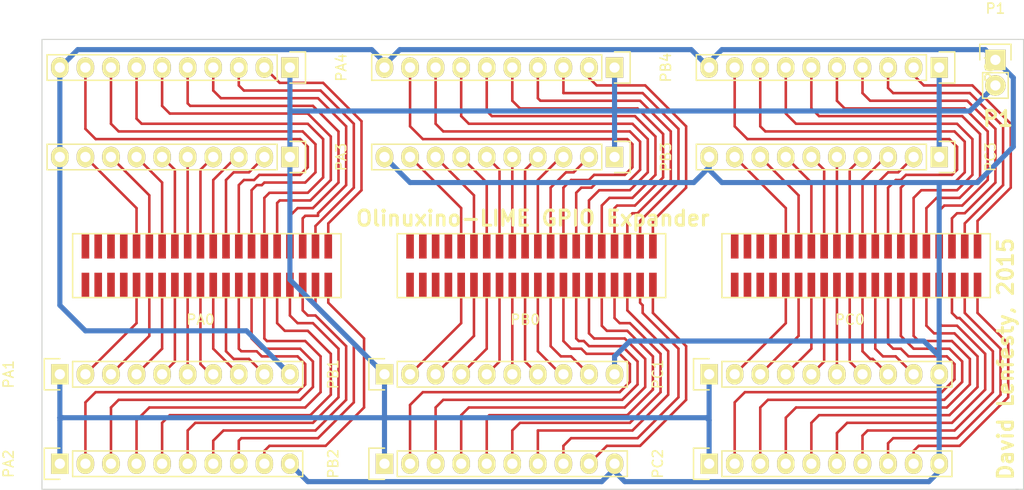
<source format=kicad_pcb>
(kicad_pcb (version 4) (host pcbnew 4.0.0-rc2-stable)

  (general
    (links 120)
    (no_connects 0)
    (area 105.735 67.381 210.648334 117.017762)
    (thickness 1.6)
    (drawings 9)
    (tracks 611)
    (zones 0)
    (modules 16)
    (nets 123)
  )

  (page A3)
  (layers
    (0 F.Cu jumper)
    (31 B.Cu signal)
    (32 B.Adhes user)
    (33 F.Adhes user)
    (34 B.Paste user)
    (35 F.Paste user)
    (36 B.SilkS user)
    (37 F.SilkS user)
    (38 B.Mask user)
    (39 F.Mask user)
    (40 Dwgs.User user)
    (41 Cmts.User user)
    (42 Eco1.User user)
    (43 Eco2.User user)
    (44 Edge.Cuts user)
  )

  (setup
    (last_trace_width 0.508)
    (user_trace_width 0.508)
    (trace_clearance 0.254)
    (zone_clearance 0.508)
    (zone_45_only no)
    (trace_min 0.254)
    (segment_width 0.2)
    (edge_width 0.1)
    (via_size 0.889)
    (via_drill 0.635)
    (via_min_size 0.889)
    (via_min_drill 0.508)
    (uvia_size 0.508)
    (uvia_drill 0.127)
    (uvias_allowed no)
    (uvia_min_size 0.508)
    (uvia_min_drill 0.127)
    (pcb_text_width 0.3)
    (pcb_text_size 1.5 1.5)
    (mod_edge_width 0.15)
    (mod_text_size 1 1)
    (mod_text_width 0.15)
    (pad_size 1.5 1.5)
    (pad_drill 0.6)
    (pad_to_mask_clearance 0)
    (aux_axis_origin 0 0)
    (visible_elements FFFFFFBF)
    (pcbplotparams
      (layerselection 0x00030_80000001)
      (usegerberextensions true)
      (excludeedgelayer true)
      (linewidth 0.150000)
      (plotframeref false)
      (viasonmask false)
      (mode 1)
      (useauxorigin false)
      (hpglpennumber 1)
      (hpglpenspeed 20)
      (hpglpendiameter 15)
      (hpglpenoverlay 2)
      (psnegative false)
      (psa4output false)
      (plotreference true)
      (plotvalue true)
      (plotinvisibletext false)
      (padsonsilk false)
      (subtractmaskfromsilk false)
      (outputformat 1)
      (mirror false)
      (drillshape 1)
      (scaleselection 1)
      (outputdirectory ""))
  )

  (net 0 "")
  (net 1 GND)
  (net 2 "Net-(PA0-Pad9)")
  (net 3 "Net-(PA0-Pad11)")
  (net 4 "Net-(PA0-Pad13)")
  (net 5 "Net-(PA0-Pad15)")
  (net 6 "Net-(PA0-Pad17)")
  (net 7 "Net-(PA0-Pad19)")
  (net 8 "Net-(PA0-Pad21)")
  (net 9 "Net-(PA0-Pad23)")
  (net 10 +5V)
  (net 11 "Net-(PA0-Pad25)")
  (net 12 "Net-(PA0-Pad27)")
  (net 13 "Net-(PA0-Pad29)")
  (net 14 "Net-(PA0-Pad31)")
  (net 15 "Net-(PA0-Pad33)")
  (net 16 "Net-(PA0-Pad35)")
  (net 17 "Net-(PA0-Pad37)")
  (net 18 "Net-(PA0-Pad39)")
  (net 19 "Net-(PA0-Pad24)")
  (net 20 "Net-(PA0-Pad22)")
  (net 21 "Net-(PA0-Pad20)")
  (net 22 "Net-(PA0-Pad18)")
  (net 23 "Net-(PA0-Pad16)")
  (net 24 "Net-(PA0-Pad14)")
  (net 25 "Net-(PA0-Pad12)")
  (net 26 "Net-(PA0-Pad10)")
  (net 27 "Net-(PA0-Pad40)")
  (net 28 "Net-(PA0-Pad38)")
  (net 29 "Net-(PA0-Pad36)")
  (net 30 "Net-(PA0-Pad34)")
  (net 31 "Net-(PA0-Pad32)")
  (net 32 "Net-(PA0-Pad30)")
  (net 33 "Net-(PA0-Pad28)")
  (net 34 "Net-(PA0-Pad26)")
  (net 35 "Net-(PB0-Pad9)")
  (net 36 "Net-(PB0-Pad11)")
  (net 37 "Net-(PB0-Pad13)")
  (net 38 "Net-(PB0-Pad15)")
  (net 39 "Net-(PB0-Pad17)")
  (net 40 "Net-(PB0-Pad19)")
  (net 41 "Net-(PB0-Pad21)")
  (net 42 "Net-(PB0-Pad23)")
  (net 43 "Net-(PB0-Pad25)")
  (net 44 "Net-(PB0-Pad27)")
  (net 45 "Net-(PB0-Pad29)")
  (net 46 "Net-(PB0-Pad31)")
  (net 47 "Net-(PB0-Pad33)")
  (net 48 "Net-(PB0-Pad35)")
  (net 49 "Net-(PB0-Pad37)")
  (net 50 "Net-(PB0-Pad39)")
  (net 51 "Net-(PB0-Pad24)")
  (net 52 "Net-(PB0-Pad22)")
  (net 53 "Net-(PB0-Pad20)")
  (net 54 "Net-(PB0-Pad18)")
  (net 55 "Net-(PB0-Pad16)")
  (net 56 "Net-(PB0-Pad14)")
  (net 57 "Net-(PB0-Pad12)")
  (net 58 "Net-(PB0-Pad10)")
  (net 59 "Net-(PB0-Pad40)")
  (net 60 "Net-(PB0-Pad38)")
  (net 61 "Net-(PB0-Pad36)")
  (net 62 "Net-(PB0-Pad34)")
  (net 63 "Net-(PB0-Pad32)")
  (net 64 "Net-(PB0-Pad30)")
  (net 65 "Net-(PB0-Pad28)")
  (net 66 "Net-(PB0-Pad26)")
  (net 67 "Net-(PC0-Pad9)")
  (net 68 "Net-(PC0-Pad11)")
  (net 69 "Net-(PC0-Pad13)")
  (net 70 "Net-(PC0-Pad15)")
  (net 71 "Net-(PC0-Pad17)")
  (net 72 "Net-(PC0-Pad19)")
  (net 73 "Net-(PC0-Pad21)")
  (net 74 "Net-(PC0-Pad23)")
  (net 75 "Net-(PC0-Pad25)")
  (net 76 "Net-(PC0-Pad27)")
  (net 77 "Net-(PC0-Pad29)")
  (net 78 "Net-(PC0-Pad31)")
  (net 79 "Net-(PC0-Pad33)")
  (net 80 "Net-(PC0-Pad35)")
  (net 81 "Net-(PC0-Pad37)")
  (net 82 "Net-(PC0-Pad39)")
  (net 83 "Net-(PC0-Pad24)")
  (net 84 "Net-(PC0-Pad22)")
  (net 85 "Net-(PC0-Pad20)")
  (net 86 "Net-(PC0-Pad18)")
  (net 87 "Net-(PC0-Pad16)")
  (net 88 "Net-(PC0-Pad14)")
  (net 89 "Net-(PC0-Pad12)")
  (net 90 "Net-(PC0-Pad10)")
  (net 91 "Net-(PC0-Pad40)")
  (net 92 "Net-(PC0-Pad38)")
  (net 93 "Net-(PC0-Pad36)")
  (net 94 "Net-(PC0-Pad34)")
  (net 95 "Net-(PC0-Pad32)")
  (net 96 "Net-(PC0-Pad30)")
  (net 97 "Net-(PC0-Pad28)")
  (net 98 "Net-(PC0-Pad26)")
  (net 99 "Net-(PA0-Pad1)")
  (net 100 "Net-(PA0-Pad2)")
  (net 101 "Net-(PA0-Pad4)")
  (net 102 "Net-(PA0-Pad3)")
  (net 103 "Net-(PA0-Pad7)")
  (net 104 "Net-(PA0-Pad8)")
  (net 105 "Net-(PA0-Pad6)")
  (net 106 "Net-(PA0-Pad5)")
  (net 107 "Net-(PB0-Pad1)")
  (net 108 "Net-(PB0-Pad2)")
  (net 109 "Net-(PB0-Pad4)")
  (net 110 "Net-(PB0-Pad3)")
  (net 111 "Net-(PB0-Pad7)")
  (net 112 "Net-(PB0-Pad8)")
  (net 113 "Net-(PB0-Pad6)")
  (net 114 "Net-(PB0-Pad5)")
  (net 115 "Net-(PC0-Pad1)")
  (net 116 "Net-(PC0-Pad2)")
  (net 117 "Net-(PC0-Pad4)")
  (net 118 "Net-(PC0-Pad3)")
  (net 119 "Net-(PC0-Pad7)")
  (net 120 "Net-(PC0-Pad8)")
  (net 121 "Net-(PC0-Pad6)")
  (net 122 "Net-(PC0-Pad5)")

  (net_class Default "This is the default net class."
    (clearance 0.254)
    (trace_width 0.254)
    (via_dia 0.889)
    (via_drill 0.635)
    (uvia_dia 0.508)
    (uvia_drill 0.127)
    (add_net +5V)
    (add_net GND)
    (add_net "Net-(PA0-Pad1)")
    (add_net "Net-(PA0-Pad10)")
    (add_net "Net-(PA0-Pad11)")
    (add_net "Net-(PA0-Pad12)")
    (add_net "Net-(PA0-Pad13)")
    (add_net "Net-(PA0-Pad14)")
    (add_net "Net-(PA0-Pad15)")
    (add_net "Net-(PA0-Pad16)")
    (add_net "Net-(PA0-Pad17)")
    (add_net "Net-(PA0-Pad18)")
    (add_net "Net-(PA0-Pad19)")
    (add_net "Net-(PA0-Pad2)")
    (add_net "Net-(PA0-Pad20)")
    (add_net "Net-(PA0-Pad21)")
    (add_net "Net-(PA0-Pad22)")
    (add_net "Net-(PA0-Pad23)")
    (add_net "Net-(PA0-Pad24)")
    (add_net "Net-(PA0-Pad25)")
    (add_net "Net-(PA0-Pad26)")
    (add_net "Net-(PA0-Pad27)")
    (add_net "Net-(PA0-Pad28)")
    (add_net "Net-(PA0-Pad29)")
    (add_net "Net-(PA0-Pad3)")
    (add_net "Net-(PA0-Pad30)")
    (add_net "Net-(PA0-Pad31)")
    (add_net "Net-(PA0-Pad32)")
    (add_net "Net-(PA0-Pad33)")
    (add_net "Net-(PA0-Pad34)")
    (add_net "Net-(PA0-Pad35)")
    (add_net "Net-(PA0-Pad36)")
    (add_net "Net-(PA0-Pad37)")
    (add_net "Net-(PA0-Pad38)")
    (add_net "Net-(PA0-Pad39)")
    (add_net "Net-(PA0-Pad4)")
    (add_net "Net-(PA0-Pad40)")
    (add_net "Net-(PA0-Pad5)")
    (add_net "Net-(PA0-Pad6)")
    (add_net "Net-(PA0-Pad7)")
    (add_net "Net-(PA0-Pad8)")
    (add_net "Net-(PA0-Pad9)")
    (add_net "Net-(PB0-Pad1)")
    (add_net "Net-(PB0-Pad10)")
    (add_net "Net-(PB0-Pad11)")
    (add_net "Net-(PB0-Pad12)")
    (add_net "Net-(PB0-Pad13)")
    (add_net "Net-(PB0-Pad14)")
    (add_net "Net-(PB0-Pad15)")
    (add_net "Net-(PB0-Pad16)")
    (add_net "Net-(PB0-Pad17)")
    (add_net "Net-(PB0-Pad18)")
    (add_net "Net-(PB0-Pad19)")
    (add_net "Net-(PB0-Pad2)")
    (add_net "Net-(PB0-Pad20)")
    (add_net "Net-(PB0-Pad21)")
    (add_net "Net-(PB0-Pad22)")
    (add_net "Net-(PB0-Pad23)")
    (add_net "Net-(PB0-Pad24)")
    (add_net "Net-(PB0-Pad25)")
    (add_net "Net-(PB0-Pad26)")
    (add_net "Net-(PB0-Pad27)")
    (add_net "Net-(PB0-Pad28)")
    (add_net "Net-(PB0-Pad29)")
    (add_net "Net-(PB0-Pad3)")
    (add_net "Net-(PB0-Pad30)")
    (add_net "Net-(PB0-Pad31)")
    (add_net "Net-(PB0-Pad32)")
    (add_net "Net-(PB0-Pad33)")
    (add_net "Net-(PB0-Pad34)")
    (add_net "Net-(PB0-Pad35)")
    (add_net "Net-(PB0-Pad36)")
    (add_net "Net-(PB0-Pad37)")
    (add_net "Net-(PB0-Pad38)")
    (add_net "Net-(PB0-Pad39)")
    (add_net "Net-(PB0-Pad4)")
    (add_net "Net-(PB0-Pad40)")
    (add_net "Net-(PB0-Pad5)")
    (add_net "Net-(PB0-Pad6)")
    (add_net "Net-(PB0-Pad7)")
    (add_net "Net-(PB0-Pad8)")
    (add_net "Net-(PB0-Pad9)")
    (add_net "Net-(PC0-Pad1)")
    (add_net "Net-(PC0-Pad10)")
    (add_net "Net-(PC0-Pad11)")
    (add_net "Net-(PC0-Pad12)")
    (add_net "Net-(PC0-Pad13)")
    (add_net "Net-(PC0-Pad14)")
    (add_net "Net-(PC0-Pad15)")
    (add_net "Net-(PC0-Pad16)")
    (add_net "Net-(PC0-Pad17)")
    (add_net "Net-(PC0-Pad18)")
    (add_net "Net-(PC0-Pad19)")
    (add_net "Net-(PC0-Pad2)")
    (add_net "Net-(PC0-Pad20)")
    (add_net "Net-(PC0-Pad21)")
    (add_net "Net-(PC0-Pad22)")
    (add_net "Net-(PC0-Pad23)")
    (add_net "Net-(PC0-Pad24)")
    (add_net "Net-(PC0-Pad25)")
    (add_net "Net-(PC0-Pad26)")
    (add_net "Net-(PC0-Pad27)")
    (add_net "Net-(PC0-Pad28)")
    (add_net "Net-(PC0-Pad29)")
    (add_net "Net-(PC0-Pad3)")
    (add_net "Net-(PC0-Pad30)")
    (add_net "Net-(PC0-Pad31)")
    (add_net "Net-(PC0-Pad32)")
    (add_net "Net-(PC0-Pad33)")
    (add_net "Net-(PC0-Pad34)")
    (add_net "Net-(PC0-Pad35)")
    (add_net "Net-(PC0-Pad36)")
    (add_net "Net-(PC0-Pad37)")
    (add_net "Net-(PC0-Pad38)")
    (add_net "Net-(PC0-Pad39)")
    (add_net "Net-(PC0-Pad4)")
    (add_net "Net-(PC0-Pad40)")
    (add_net "Net-(PC0-Pad5)")
    (add_net "Net-(PC0-Pad6)")
    (add_net "Net-(PC0-Pad7)")
    (add_net "Net-(PC0-Pad8)")
    (add_net "Net-(PC0-Pad9)")
  )

  (module Pin_Headers:Pin_Header_Straight_1x02 (layer F.Cu) (tedit 54EA090C) (tstamp 56450B8B)
    (at 204.978 73.152)
    (descr "Through hole pin header")
    (tags "pin header")
    (path /564505A6)
    (fp_text reference P1 (at 0 -5.1) (layer F.SilkS)
      (effects (font (size 1 1) (thickness 0.15)))
    )
    (fp_text value CONN_01X02 (at 0 -3.1) (layer F.Fab)
      (effects (font (size 1 1) (thickness 0.15)))
    )
    (fp_line (start 1.27 1.27) (end 1.27 3.81) (layer F.SilkS) (width 0.15))
    (fp_line (start 1.55 -1.55) (end 1.55 0) (layer F.SilkS) (width 0.15))
    (fp_line (start -1.75 -1.75) (end -1.75 4.3) (layer F.CrtYd) (width 0.05))
    (fp_line (start 1.75 -1.75) (end 1.75 4.3) (layer F.CrtYd) (width 0.05))
    (fp_line (start -1.75 -1.75) (end 1.75 -1.75) (layer F.CrtYd) (width 0.05))
    (fp_line (start -1.75 4.3) (end 1.75 4.3) (layer F.CrtYd) (width 0.05))
    (fp_line (start 1.27 1.27) (end -1.27 1.27) (layer F.SilkS) (width 0.15))
    (fp_line (start -1.55 0) (end -1.55 -1.55) (layer F.SilkS) (width 0.15))
    (fp_line (start -1.55 -1.55) (end 1.55 -1.55) (layer F.SilkS) (width 0.15))
    (fp_line (start -1.27 1.27) (end -1.27 3.81) (layer F.SilkS) (width 0.15))
    (fp_line (start -1.27 3.81) (end 1.27 3.81) (layer F.SilkS) (width 0.15))
    (pad 1 thru_hole rect (at 0 0) (size 2.032 2.032) (drill 1.016) (layers *.Cu *.Mask F.SilkS)
      (net 10 +5V))
    (pad 2 thru_hole oval (at 0 2.54) (size 2.032 2.032) (drill 1.016) (layers *.Cu *.Mask F.SilkS)
      (net 1 GND))
    (model Pin_Headers.3dshapes/Pin_Header_Straight_1x02.wrl
      (at (xyz 0 -0.05 0))
      (scale (xyz 1 1 1))
      (rotate (xyz 0 0 90))
    )
  )

  (module custom_conns:SMDPinHeaders_2X20_1.27pitch (layer F.Cu) (tedit 564501EC) (tstamp 56450BBB)
    (at 125.984 92.964)
    (descr 15)
    (path /5643ACC2)
    (fp_text reference PA0 (at 0 6) (layer F.SilkS)
      (effects (font (size 1 1) (thickness 0.15)))
    )
    (fp_text value CONN_20X2 (at 0 -6) (layer F.Fab)
      (effects (font (size 1 1) (thickness 0.15)))
    )
    (fp_line (start -12.7 -2.54) (end 13.97 -2.54) (layer F.SilkS) (width 0.15))
    (fp_line (start 13.97 -2.54) (end 13.97 3.81) (layer F.SilkS) (width 0.15))
    (fp_line (start 13.97 3.81) (end -12.7 3.81) (layer F.SilkS) (width 0.15))
    (fp_line (start -12.7 3.81) (end -12.7 -2.54) (layer F.SilkS) (width 0.15))
    (pad 1 smd rect (at -11.43 2.54) (size 0.76 2.4) (layers F.Cu F.Paste F.Mask)
      (net 99 "Net-(PA0-Pad1)"))
    (pad 2 smd rect (at -11.43 -1.27) (size 0.76 2.4) (layers F.Cu F.Paste F.Mask)
      (net 100 "Net-(PA0-Pad2)"))
    (pad 4 smd rect (at -10.16 -1.27) (size 0.76 2.4) (layers F.Cu F.Paste F.Mask)
      (net 101 "Net-(PA0-Pad4)"))
    (pad 3 smd rect (at -10.16 2.54) (size 0.76 2.4) (layers F.Cu F.Paste F.Mask)
      (net 102 "Net-(PA0-Pad3)"))
    (pad 7 smd rect (at -7.62 2.54) (size 0.76 2.4) (layers F.Cu F.Paste F.Mask)
      (net 103 "Net-(PA0-Pad7)"))
    (pad 8 smd rect (at -7.62 -1.27) (size 0.76 2.4) (layers F.Cu F.Paste F.Mask)
      (net 104 "Net-(PA0-Pad8)"))
    (pad 6 smd rect (at -8.89 -1.27) (size 0.76 2.4) (layers F.Cu F.Paste F.Mask)
      (net 105 "Net-(PA0-Pad6)"))
    (pad 5 smd rect (at -8.89 2.54) (size 0.76 2.4) (layers F.Cu F.Paste F.Mask)
      (net 106 "Net-(PA0-Pad5)"))
    (pad 10 smd rect (at -6.35 -1.27) (size 0.76 2.4) (layers F.Cu F.Paste F.Mask)
      (net 26 "Net-(PA0-Pad10)"))
    (pad 9 smd rect (at -6.35 2.54) (size 0.76 2.4) (layers F.Cu F.Paste F.Mask)
      (net 2 "Net-(PA0-Pad9)"))
    (pad 19 smd rect (at 0 2.54) (size 0.76 2.4) (layers F.Cu F.Paste F.Mask)
      (net 7 "Net-(PA0-Pad19)"))
    (pad 20 smd rect (at 0 -1.27) (size 0.76 2.4) (layers F.Cu F.Paste F.Mask)
      (net 21 "Net-(PA0-Pad20)"))
    (pad 15 smd rect (at -2.54 2.54) (size 0.76 2.4) (layers F.Cu F.Paste F.Mask)
      (net 5 "Net-(PA0-Pad15)"))
    (pad 16 smd rect (at -2.54 -1.27) (size 0.76 2.4) (layers F.Cu F.Paste F.Mask)
      (net 23 "Net-(PA0-Pad16)"))
    (pad 18 smd rect (at -1.27 -1.27) (size 0.76 2.4) (layers F.Cu F.Paste F.Mask)
      (net 22 "Net-(PA0-Pad18)"))
    (pad 17 smd rect (at -1.27 2.54) (size 0.76 2.4) (layers F.Cu F.Paste F.Mask)
      (net 6 "Net-(PA0-Pad17)"))
    (pad 13 smd rect (at -3.81 2.54) (size 0.76 2.4) (layers F.Cu F.Paste F.Mask)
      (net 4 "Net-(PA0-Pad13)"))
    (pad 14 smd rect (at -3.81 -1.27) (size 0.76 2.4) (layers F.Cu F.Paste F.Mask)
      (net 24 "Net-(PA0-Pad14)"))
    (pad 12 smd rect (at -5.08 -1.27) (size 0.76 2.4) (layers F.Cu F.Paste F.Mask)
      (net 25 "Net-(PA0-Pad12)"))
    (pad 11 smd rect (at -5.08 2.54) (size 0.76 2.4) (layers F.Cu F.Paste F.Mask)
      (net 3 "Net-(PA0-Pad11)"))
    (pad 31 smd rect (at 7.62 2.54) (size 0.76 2.4) (layers F.Cu F.Paste F.Mask)
      (net 14 "Net-(PA0-Pad31)"))
    (pad 32 smd rect (at 7.62 -1.27) (size 0.76 2.4) (layers F.Cu F.Paste F.Mask)
      (net 31 "Net-(PA0-Pad32)"))
    (pad 34 smd rect (at 8.89 -1.27) (size 0.76 2.4) (layers F.Cu F.Paste F.Mask)
      (net 30 "Net-(PA0-Pad34)"))
    (pad 33 smd rect (at 8.89 2.54) (size 0.76 2.4) (layers F.Cu F.Paste F.Mask)
      (net 15 "Net-(PA0-Pad33)"))
    (pad 37 smd rect (at 11.43 2.54) (size 0.76 2.4) (layers F.Cu F.Paste F.Mask)
      (net 17 "Net-(PA0-Pad37)"))
    (pad 38 smd rect (at 11.43 -1.27) (size 0.76 2.4) (layers F.Cu F.Paste F.Mask)
      (net 28 "Net-(PA0-Pad38)"))
    (pad 36 smd rect (at 10.16 -1.27) (size 0.76 2.4) (layers F.Cu F.Paste F.Mask)
      (net 29 "Net-(PA0-Pad36)"))
    (pad 35 smd rect (at 10.16 2.54) (size 0.76 2.4) (layers F.Cu F.Paste F.Mask)
      (net 16 "Net-(PA0-Pad35)"))
    (pad 40 smd rect (at 12.7 -1.27) (size 0.76 2.4) (layers F.Cu F.Paste F.Mask)
      (net 27 "Net-(PA0-Pad40)"))
    (pad 39 smd rect (at 12.7 2.54) (size 0.76 2.4) (layers F.Cu F.Paste F.Mask)
      (net 18 "Net-(PA0-Pad39)"))
    (pad 29 smd rect (at 6.35 2.54) (size 0.76 2.4) (layers F.Cu F.Paste F.Mask)
      (net 13 "Net-(PA0-Pad29)"))
    (pad 30 smd rect (at 6.35 -1.27) (size 0.76 2.4) (layers F.Cu F.Paste F.Mask)
      (net 32 "Net-(PA0-Pad30)"))
    (pad 25 smd rect (at 3.81 2.54) (size 0.76 2.4) (layers F.Cu F.Paste F.Mask)
      (net 11 "Net-(PA0-Pad25)"))
    (pad 26 smd rect (at 3.81 -1.27) (size 0.76 2.4) (layers F.Cu F.Paste F.Mask)
      (net 34 "Net-(PA0-Pad26)"))
    (pad 28 smd rect (at 5.08 -1.27) (size 0.76 2.4) (layers F.Cu F.Paste F.Mask)
      (net 33 "Net-(PA0-Pad28)"))
    (pad 27 smd rect (at 5.08 2.54) (size 0.76 2.4) (layers F.Cu F.Paste F.Mask)
      (net 12 "Net-(PA0-Pad27)"))
    (pad 23 smd rect (at 2.54 2.54) (size 0.76 2.4) (layers F.Cu F.Paste F.Mask)
      (net 9 "Net-(PA0-Pad23)"))
    (pad 24 smd rect (at 2.54 -1.27) (size 0.76 2.4) (layers F.Cu F.Paste F.Mask)
      (net 19 "Net-(PA0-Pad24)"))
    (pad 22 smd rect (at 1.27 -1.27) (size 0.76 2.4) (layers F.Cu F.Paste F.Mask)
      (net 20 "Net-(PA0-Pad22)"))
    (pad 21 smd rect (at 1.27 2.54) (size 0.76 2.4) (layers F.Cu F.Paste F.Mask)
      (net 8 "Net-(PA0-Pad21)"))
  )

  (module custom_conns:SMDPinHeaders_2X20_1.27pitch (layer F.Cu) (tedit 564501EC) (tstamp 56450BEB)
    (at 158.242 92.964)
    (descr 15)
    (path /5643E8EA)
    (fp_text reference PB0 (at 0 6) (layer F.SilkS)
      (effects (font (size 1 1) (thickness 0.15)))
    )
    (fp_text value CONN_20X2 (at 0 -6) (layer F.Fab)
      (effects (font (size 1 1) (thickness 0.15)))
    )
    (fp_line (start -12.7 -2.54) (end 13.97 -2.54) (layer F.SilkS) (width 0.15))
    (fp_line (start 13.97 -2.54) (end 13.97 3.81) (layer F.SilkS) (width 0.15))
    (fp_line (start 13.97 3.81) (end -12.7 3.81) (layer F.SilkS) (width 0.15))
    (fp_line (start -12.7 3.81) (end -12.7 -2.54) (layer F.SilkS) (width 0.15))
    (pad 1 smd rect (at -11.43 2.54) (size 0.76 2.4) (layers F.Cu F.Paste F.Mask)
      (net 107 "Net-(PB0-Pad1)"))
    (pad 2 smd rect (at -11.43 -1.27) (size 0.76 2.4) (layers F.Cu F.Paste F.Mask)
      (net 108 "Net-(PB0-Pad2)"))
    (pad 4 smd rect (at -10.16 -1.27) (size 0.76 2.4) (layers F.Cu F.Paste F.Mask)
      (net 109 "Net-(PB0-Pad4)"))
    (pad 3 smd rect (at -10.16 2.54) (size 0.76 2.4) (layers F.Cu F.Paste F.Mask)
      (net 110 "Net-(PB0-Pad3)"))
    (pad 7 smd rect (at -7.62 2.54) (size 0.76 2.4) (layers F.Cu F.Paste F.Mask)
      (net 111 "Net-(PB0-Pad7)"))
    (pad 8 smd rect (at -7.62 -1.27) (size 0.76 2.4) (layers F.Cu F.Paste F.Mask)
      (net 112 "Net-(PB0-Pad8)"))
    (pad 6 smd rect (at -8.89 -1.27) (size 0.76 2.4) (layers F.Cu F.Paste F.Mask)
      (net 113 "Net-(PB0-Pad6)"))
    (pad 5 smd rect (at -8.89 2.54) (size 0.76 2.4) (layers F.Cu F.Paste F.Mask)
      (net 114 "Net-(PB0-Pad5)"))
    (pad 10 smd rect (at -6.35 -1.27) (size 0.76 2.4) (layers F.Cu F.Paste F.Mask)
      (net 58 "Net-(PB0-Pad10)"))
    (pad 9 smd rect (at -6.35 2.54) (size 0.76 2.4) (layers F.Cu F.Paste F.Mask)
      (net 35 "Net-(PB0-Pad9)"))
    (pad 19 smd rect (at 0 2.54) (size 0.76 2.4) (layers F.Cu F.Paste F.Mask)
      (net 40 "Net-(PB0-Pad19)"))
    (pad 20 smd rect (at 0 -1.27) (size 0.76 2.4) (layers F.Cu F.Paste F.Mask)
      (net 53 "Net-(PB0-Pad20)"))
    (pad 15 smd rect (at -2.54 2.54) (size 0.76 2.4) (layers F.Cu F.Paste F.Mask)
      (net 38 "Net-(PB0-Pad15)"))
    (pad 16 smd rect (at -2.54 -1.27) (size 0.76 2.4) (layers F.Cu F.Paste F.Mask)
      (net 55 "Net-(PB0-Pad16)"))
    (pad 18 smd rect (at -1.27 -1.27) (size 0.76 2.4) (layers F.Cu F.Paste F.Mask)
      (net 54 "Net-(PB0-Pad18)"))
    (pad 17 smd rect (at -1.27 2.54) (size 0.76 2.4) (layers F.Cu F.Paste F.Mask)
      (net 39 "Net-(PB0-Pad17)"))
    (pad 13 smd rect (at -3.81 2.54) (size 0.76 2.4) (layers F.Cu F.Paste F.Mask)
      (net 37 "Net-(PB0-Pad13)"))
    (pad 14 smd rect (at -3.81 -1.27) (size 0.76 2.4) (layers F.Cu F.Paste F.Mask)
      (net 56 "Net-(PB0-Pad14)"))
    (pad 12 smd rect (at -5.08 -1.27) (size 0.76 2.4) (layers F.Cu F.Paste F.Mask)
      (net 57 "Net-(PB0-Pad12)"))
    (pad 11 smd rect (at -5.08 2.54) (size 0.76 2.4) (layers F.Cu F.Paste F.Mask)
      (net 36 "Net-(PB0-Pad11)"))
    (pad 31 smd rect (at 7.62 2.54) (size 0.76 2.4) (layers F.Cu F.Paste F.Mask)
      (net 46 "Net-(PB0-Pad31)"))
    (pad 32 smd rect (at 7.62 -1.27) (size 0.76 2.4) (layers F.Cu F.Paste F.Mask)
      (net 63 "Net-(PB0-Pad32)"))
    (pad 34 smd rect (at 8.89 -1.27) (size 0.76 2.4) (layers F.Cu F.Paste F.Mask)
      (net 62 "Net-(PB0-Pad34)"))
    (pad 33 smd rect (at 8.89 2.54) (size 0.76 2.4) (layers F.Cu F.Paste F.Mask)
      (net 47 "Net-(PB0-Pad33)"))
    (pad 37 smd rect (at 11.43 2.54) (size 0.76 2.4) (layers F.Cu F.Paste F.Mask)
      (net 49 "Net-(PB0-Pad37)"))
    (pad 38 smd rect (at 11.43 -1.27) (size 0.76 2.4) (layers F.Cu F.Paste F.Mask)
      (net 60 "Net-(PB0-Pad38)"))
    (pad 36 smd rect (at 10.16 -1.27) (size 0.76 2.4) (layers F.Cu F.Paste F.Mask)
      (net 61 "Net-(PB0-Pad36)"))
    (pad 35 smd rect (at 10.16 2.54) (size 0.76 2.4) (layers F.Cu F.Paste F.Mask)
      (net 48 "Net-(PB0-Pad35)"))
    (pad 40 smd rect (at 12.7 -1.27) (size 0.76 2.4) (layers F.Cu F.Paste F.Mask)
      (net 59 "Net-(PB0-Pad40)"))
    (pad 39 smd rect (at 12.7 2.54) (size 0.76 2.4) (layers F.Cu F.Paste F.Mask)
      (net 50 "Net-(PB0-Pad39)"))
    (pad 29 smd rect (at 6.35 2.54) (size 0.76 2.4) (layers F.Cu F.Paste F.Mask)
      (net 45 "Net-(PB0-Pad29)"))
    (pad 30 smd rect (at 6.35 -1.27) (size 0.76 2.4) (layers F.Cu F.Paste F.Mask)
      (net 64 "Net-(PB0-Pad30)"))
    (pad 25 smd rect (at 3.81 2.54) (size 0.76 2.4) (layers F.Cu F.Paste F.Mask)
      (net 43 "Net-(PB0-Pad25)"))
    (pad 26 smd rect (at 3.81 -1.27) (size 0.76 2.4) (layers F.Cu F.Paste F.Mask)
      (net 66 "Net-(PB0-Pad26)"))
    (pad 28 smd rect (at 5.08 -1.27) (size 0.76 2.4) (layers F.Cu F.Paste F.Mask)
      (net 65 "Net-(PB0-Pad28)"))
    (pad 27 smd rect (at 5.08 2.54) (size 0.76 2.4) (layers F.Cu F.Paste F.Mask)
      (net 44 "Net-(PB0-Pad27)"))
    (pad 23 smd rect (at 2.54 2.54) (size 0.76 2.4) (layers F.Cu F.Paste F.Mask)
      (net 42 "Net-(PB0-Pad23)"))
    (pad 24 smd rect (at 2.54 -1.27) (size 0.76 2.4) (layers F.Cu F.Paste F.Mask)
      (net 51 "Net-(PB0-Pad24)"))
    (pad 22 smd rect (at 1.27 -1.27) (size 0.76 2.4) (layers F.Cu F.Paste F.Mask)
      (net 52 "Net-(PB0-Pad22)"))
    (pad 21 smd rect (at 1.27 2.54) (size 0.76 2.4) (layers F.Cu F.Paste F.Mask)
      (net 41 "Net-(PB0-Pad21)"))
  )

  (module custom_conns:SMDPinHeaders_2X20_1.27pitch (layer F.Cu) (tedit 564501EC) (tstamp 56450C1B)
    (at 190.5 92.964)
    (descr 15)
    (path /5643E986)
    (fp_text reference PC0 (at 0 6) (layer F.SilkS)
      (effects (font (size 1 1) (thickness 0.15)))
    )
    (fp_text value CONN_20X2 (at 0 -6) (layer F.Fab)
      (effects (font (size 1 1) (thickness 0.15)))
    )
    (fp_line (start -12.7 -2.54) (end 13.97 -2.54) (layer F.SilkS) (width 0.15))
    (fp_line (start 13.97 -2.54) (end 13.97 3.81) (layer F.SilkS) (width 0.15))
    (fp_line (start 13.97 3.81) (end -12.7 3.81) (layer F.SilkS) (width 0.15))
    (fp_line (start -12.7 3.81) (end -12.7 -2.54) (layer F.SilkS) (width 0.15))
    (pad 1 smd rect (at -11.43 2.54) (size 0.76 2.4) (layers F.Cu F.Paste F.Mask)
      (net 115 "Net-(PC0-Pad1)"))
    (pad 2 smd rect (at -11.43 -1.27) (size 0.76 2.4) (layers F.Cu F.Paste F.Mask)
      (net 116 "Net-(PC0-Pad2)"))
    (pad 4 smd rect (at -10.16 -1.27) (size 0.76 2.4) (layers F.Cu F.Paste F.Mask)
      (net 117 "Net-(PC0-Pad4)"))
    (pad 3 smd rect (at -10.16 2.54) (size 0.76 2.4) (layers F.Cu F.Paste F.Mask)
      (net 118 "Net-(PC0-Pad3)"))
    (pad 7 smd rect (at -7.62 2.54) (size 0.76 2.4) (layers F.Cu F.Paste F.Mask)
      (net 119 "Net-(PC0-Pad7)"))
    (pad 8 smd rect (at -7.62 -1.27) (size 0.76 2.4) (layers F.Cu F.Paste F.Mask)
      (net 120 "Net-(PC0-Pad8)"))
    (pad 6 smd rect (at -8.89 -1.27) (size 0.76 2.4) (layers F.Cu F.Paste F.Mask)
      (net 121 "Net-(PC0-Pad6)"))
    (pad 5 smd rect (at -8.89 2.54) (size 0.76 2.4) (layers F.Cu F.Paste F.Mask)
      (net 122 "Net-(PC0-Pad5)"))
    (pad 10 smd rect (at -6.35 -1.27) (size 0.76 2.4) (layers F.Cu F.Paste F.Mask)
      (net 90 "Net-(PC0-Pad10)"))
    (pad 9 smd rect (at -6.35 2.54) (size 0.76 2.4) (layers F.Cu F.Paste F.Mask)
      (net 67 "Net-(PC0-Pad9)"))
    (pad 19 smd rect (at 0 2.54) (size 0.76 2.4) (layers F.Cu F.Paste F.Mask)
      (net 72 "Net-(PC0-Pad19)"))
    (pad 20 smd rect (at 0 -1.27) (size 0.76 2.4) (layers F.Cu F.Paste F.Mask)
      (net 85 "Net-(PC0-Pad20)"))
    (pad 15 smd rect (at -2.54 2.54) (size 0.76 2.4) (layers F.Cu F.Paste F.Mask)
      (net 70 "Net-(PC0-Pad15)"))
    (pad 16 smd rect (at -2.54 -1.27) (size 0.76 2.4) (layers F.Cu F.Paste F.Mask)
      (net 87 "Net-(PC0-Pad16)"))
    (pad 18 smd rect (at -1.27 -1.27) (size 0.76 2.4) (layers F.Cu F.Paste F.Mask)
      (net 86 "Net-(PC0-Pad18)"))
    (pad 17 smd rect (at -1.27 2.54) (size 0.76 2.4) (layers F.Cu F.Paste F.Mask)
      (net 71 "Net-(PC0-Pad17)"))
    (pad 13 smd rect (at -3.81 2.54) (size 0.76 2.4) (layers F.Cu F.Paste F.Mask)
      (net 69 "Net-(PC0-Pad13)"))
    (pad 14 smd rect (at -3.81 -1.27) (size 0.76 2.4) (layers F.Cu F.Paste F.Mask)
      (net 88 "Net-(PC0-Pad14)"))
    (pad 12 smd rect (at -5.08 -1.27) (size 0.76 2.4) (layers F.Cu F.Paste F.Mask)
      (net 89 "Net-(PC0-Pad12)"))
    (pad 11 smd rect (at -5.08 2.54) (size 0.76 2.4) (layers F.Cu F.Paste F.Mask)
      (net 68 "Net-(PC0-Pad11)"))
    (pad 31 smd rect (at 7.62 2.54) (size 0.76 2.4) (layers F.Cu F.Paste F.Mask)
      (net 78 "Net-(PC0-Pad31)"))
    (pad 32 smd rect (at 7.62 -1.27) (size 0.76 2.4) (layers F.Cu F.Paste F.Mask)
      (net 95 "Net-(PC0-Pad32)"))
    (pad 34 smd rect (at 8.89 -1.27) (size 0.76 2.4) (layers F.Cu F.Paste F.Mask)
      (net 94 "Net-(PC0-Pad34)"))
    (pad 33 smd rect (at 8.89 2.54) (size 0.76 2.4) (layers F.Cu F.Paste F.Mask)
      (net 79 "Net-(PC0-Pad33)"))
    (pad 37 smd rect (at 11.43 2.54) (size 0.76 2.4) (layers F.Cu F.Paste F.Mask)
      (net 81 "Net-(PC0-Pad37)"))
    (pad 38 smd rect (at 11.43 -1.27) (size 0.76 2.4) (layers F.Cu F.Paste F.Mask)
      (net 92 "Net-(PC0-Pad38)"))
    (pad 36 smd rect (at 10.16 -1.27) (size 0.76 2.4) (layers F.Cu F.Paste F.Mask)
      (net 93 "Net-(PC0-Pad36)"))
    (pad 35 smd rect (at 10.16 2.54) (size 0.76 2.4) (layers F.Cu F.Paste F.Mask)
      (net 80 "Net-(PC0-Pad35)"))
    (pad 40 smd rect (at 12.7 -1.27) (size 0.76 2.4) (layers F.Cu F.Paste F.Mask)
      (net 91 "Net-(PC0-Pad40)"))
    (pad 39 smd rect (at 12.7 2.54) (size 0.76 2.4) (layers F.Cu F.Paste F.Mask)
      (net 82 "Net-(PC0-Pad39)"))
    (pad 29 smd rect (at 6.35 2.54) (size 0.76 2.4) (layers F.Cu F.Paste F.Mask)
      (net 77 "Net-(PC0-Pad29)"))
    (pad 30 smd rect (at 6.35 -1.27) (size 0.76 2.4) (layers F.Cu F.Paste F.Mask)
      (net 96 "Net-(PC0-Pad30)"))
    (pad 25 smd rect (at 3.81 2.54) (size 0.76 2.4) (layers F.Cu F.Paste F.Mask)
      (net 75 "Net-(PC0-Pad25)"))
    (pad 26 smd rect (at 3.81 -1.27) (size 0.76 2.4) (layers F.Cu F.Paste F.Mask)
      (net 98 "Net-(PC0-Pad26)"))
    (pad 28 smd rect (at 5.08 -1.27) (size 0.76 2.4) (layers F.Cu F.Paste F.Mask)
      (net 97 "Net-(PC0-Pad28)"))
    (pad 27 smd rect (at 5.08 2.54) (size 0.76 2.4) (layers F.Cu F.Paste F.Mask)
      (net 76 "Net-(PC0-Pad27)"))
    (pad 23 smd rect (at 2.54 2.54) (size 0.76 2.4) (layers F.Cu F.Paste F.Mask)
      (net 74 "Net-(PC0-Pad23)"))
    (pad 24 smd rect (at 2.54 -1.27) (size 0.76 2.4) (layers F.Cu F.Paste F.Mask)
      (net 83 "Net-(PC0-Pad24)"))
    (pad 22 smd rect (at 1.27 -1.27) (size 0.76 2.4) (layers F.Cu F.Paste F.Mask)
      (net 84 "Net-(PC0-Pad22)"))
    (pad 21 smd rect (at 1.27 2.54) (size 0.76 2.4) (layers F.Cu F.Paste F.Mask)
      (net 73 "Net-(PC0-Pad21)"))
  )

  (module Pin_Headers:Pin_Header_Straight_1x10 (layer F.Cu) (tedit 0) (tstamp 564507A5)
    (at 112.014 104.394 90)
    (descr "Through hole pin header")
    (tags "pin header")
    (path /5643D59F)
    (fp_text reference PA1 (at 0 -5.1 90) (layer F.SilkS)
      (effects (font (size 1 1) (thickness 0.15)))
    )
    (fp_text value CONN_10 (at 0 -3.1 90) (layer F.Fab)
      (effects (font (size 1 1) (thickness 0.15)))
    )
    (fp_line (start -1.75 -1.75) (end -1.75 24.65) (layer F.CrtYd) (width 0.05))
    (fp_line (start 1.75 -1.75) (end 1.75 24.65) (layer F.CrtYd) (width 0.05))
    (fp_line (start -1.75 -1.75) (end 1.75 -1.75) (layer F.CrtYd) (width 0.05))
    (fp_line (start -1.75 24.65) (end 1.75 24.65) (layer F.CrtYd) (width 0.05))
    (fp_line (start 1.27 1.27) (end 1.27 24.13) (layer F.SilkS) (width 0.15))
    (fp_line (start 1.27 24.13) (end -1.27 24.13) (layer F.SilkS) (width 0.15))
    (fp_line (start -1.27 24.13) (end -1.27 1.27) (layer F.SilkS) (width 0.15))
    (fp_line (start 1.55 -1.55) (end 1.55 0) (layer F.SilkS) (width 0.15))
    (fp_line (start 1.27 1.27) (end -1.27 1.27) (layer F.SilkS) (width 0.15))
    (fp_line (start -1.55 0) (end -1.55 -1.55) (layer F.SilkS) (width 0.15))
    (fp_line (start -1.55 -1.55) (end 1.55 -1.55) (layer F.SilkS) (width 0.15))
    (pad 1 thru_hole rect (at 0 0 90) (size 2.032 1.7272) (drill 1.016) (layers *.Cu *.Mask F.SilkS)
      (net 1 GND))
    (pad 2 thru_hole oval (at 0 2.54 90) (size 2.032 1.7272) (drill 1.016) (layers *.Cu *.Mask F.SilkS)
      (net 2 "Net-(PA0-Pad9)"))
    (pad 3 thru_hole oval (at 0 5.08 90) (size 2.032 1.7272) (drill 1.016) (layers *.Cu *.Mask F.SilkS)
      (net 3 "Net-(PA0-Pad11)"))
    (pad 4 thru_hole oval (at 0 7.62 90) (size 2.032 1.7272) (drill 1.016) (layers *.Cu *.Mask F.SilkS)
      (net 4 "Net-(PA0-Pad13)"))
    (pad 5 thru_hole oval (at 0 10.16 90) (size 2.032 1.7272) (drill 1.016) (layers *.Cu *.Mask F.SilkS)
      (net 5 "Net-(PA0-Pad15)"))
    (pad 6 thru_hole oval (at 0 12.7 90) (size 2.032 1.7272) (drill 1.016) (layers *.Cu *.Mask F.SilkS)
      (net 6 "Net-(PA0-Pad17)"))
    (pad 7 thru_hole oval (at 0 15.24 90) (size 2.032 1.7272) (drill 1.016) (layers *.Cu *.Mask F.SilkS)
      (net 7 "Net-(PA0-Pad19)"))
    (pad 8 thru_hole oval (at 0 17.78 90) (size 2.032 1.7272) (drill 1.016) (layers *.Cu *.Mask F.SilkS)
      (net 8 "Net-(PA0-Pad21)"))
    (pad 9 thru_hole oval (at 0 20.32 90) (size 2.032 1.7272) (drill 1.016) (layers *.Cu *.Mask F.SilkS)
      (net 9 "Net-(PA0-Pad23)"))
    (pad 10 thru_hole oval (at 0 22.86 90) (size 2.032 1.7272) (drill 1.016) (layers *.Cu *.Mask F.SilkS)
      (net 10 +5V))
    (model Pin_Headers.3dshapes/Pin_Header_Straight_1x10.wrl
      (at (xyz 0 -0.45 0))
      (scale (xyz 1 1 1))
      (rotate (xyz 0 0 90))
    )
  )

  (module Pin_Headers:Pin_Header_Straight_1x10 (layer F.Cu) (tedit 0) (tstamp 564507BE)
    (at 112.014 113.284 90)
    (descr "Through hole pin header")
    (tags "pin header")
    (path /5643D599)
    (fp_text reference PA2 (at 0 -5.1 90) (layer F.SilkS)
      (effects (font (size 1 1) (thickness 0.15)))
    )
    (fp_text value CONN_10 (at 0 -3.1 90) (layer F.Fab)
      (effects (font (size 1 1) (thickness 0.15)))
    )
    (fp_line (start -1.75 -1.75) (end -1.75 24.65) (layer F.CrtYd) (width 0.05))
    (fp_line (start 1.75 -1.75) (end 1.75 24.65) (layer F.CrtYd) (width 0.05))
    (fp_line (start -1.75 -1.75) (end 1.75 -1.75) (layer F.CrtYd) (width 0.05))
    (fp_line (start -1.75 24.65) (end 1.75 24.65) (layer F.CrtYd) (width 0.05))
    (fp_line (start 1.27 1.27) (end 1.27 24.13) (layer F.SilkS) (width 0.15))
    (fp_line (start 1.27 24.13) (end -1.27 24.13) (layer F.SilkS) (width 0.15))
    (fp_line (start -1.27 24.13) (end -1.27 1.27) (layer F.SilkS) (width 0.15))
    (fp_line (start 1.55 -1.55) (end 1.55 0) (layer F.SilkS) (width 0.15))
    (fp_line (start 1.27 1.27) (end -1.27 1.27) (layer F.SilkS) (width 0.15))
    (fp_line (start -1.55 0) (end -1.55 -1.55) (layer F.SilkS) (width 0.15))
    (fp_line (start -1.55 -1.55) (end 1.55 -1.55) (layer F.SilkS) (width 0.15))
    (pad 1 thru_hole rect (at 0 0 90) (size 2.032 1.7272) (drill 1.016) (layers *.Cu *.Mask F.SilkS)
      (net 1 GND))
    (pad 2 thru_hole oval (at 0 2.54 90) (size 2.032 1.7272) (drill 1.016) (layers *.Cu *.Mask F.SilkS)
      (net 11 "Net-(PA0-Pad25)"))
    (pad 3 thru_hole oval (at 0 5.08 90) (size 2.032 1.7272) (drill 1.016) (layers *.Cu *.Mask F.SilkS)
      (net 12 "Net-(PA0-Pad27)"))
    (pad 4 thru_hole oval (at 0 7.62 90) (size 2.032 1.7272) (drill 1.016) (layers *.Cu *.Mask F.SilkS)
      (net 13 "Net-(PA0-Pad29)"))
    (pad 5 thru_hole oval (at 0 10.16 90) (size 2.032 1.7272) (drill 1.016) (layers *.Cu *.Mask F.SilkS)
      (net 14 "Net-(PA0-Pad31)"))
    (pad 6 thru_hole oval (at 0 12.7 90) (size 2.032 1.7272) (drill 1.016) (layers *.Cu *.Mask F.SilkS)
      (net 15 "Net-(PA0-Pad33)"))
    (pad 7 thru_hole oval (at 0 15.24 90) (size 2.032 1.7272) (drill 1.016) (layers *.Cu *.Mask F.SilkS)
      (net 16 "Net-(PA0-Pad35)"))
    (pad 8 thru_hole oval (at 0 17.78 90) (size 2.032 1.7272) (drill 1.016) (layers *.Cu *.Mask F.SilkS)
      (net 17 "Net-(PA0-Pad37)"))
    (pad 9 thru_hole oval (at 0 20.32 90) (size 2.032 1.7272) (drill 1.016) (layers *.Cu *.Mask F.SilkS)
      (net 18 "Net-(PA0-Pad39)"))
    (pad 10 thru_hole oval (at 0 22.86 90) (size 2.032 1.7272) (drill 1.016) (layers *.Cu *.Mask F.SilkS)
      (net 10 +5V))
    (model Pin_Headers.3dshapes/Pin_Header_Straight_1x10.wrl
      (at (xyz 0 -0.45 0))
      (scale (xyz 1 1 1))
      (rotate (xyz 0 0 90))
    )
  )

  (module Pin_Headers:Pin_Header_Straight_1x10 (layer F.Cu) (tedit 0) (tstamp 564507D7)
    (at 134.874 82.804 270)
    (descr "Through hole pin header")
    (tags "pin header")
    (path /5643D5A5)
    (fp_text reference PA3 (at 0 -5.1 270) (layer F.SilkS)
      (effects (font (size 1 1) (thickness 0.15)))
    )
    (fp_text value CONN_10 (at 0 -3.1 270) (layer F.Fab)
      (effects (font (size 1 1) (thickness 0.15)))
    )
    (fp_line (start -1.75 -1.75) (end -1.75 24.65) (layer F.CrtYd) (width 0.05))
    (fp_line (start 1.75 -1.75) (end 1.75 24.65) (layer F.CrtYd) (width 0.05))
    (fp_line (start -1.75 -1.75) (end 1.75 -1.75) (layer F.CrtYd) (width 0.05))
    (fp_line (start -1.75 24.65) (end 1.75 24.65) (layer F.CrtYd) (width 0.05))
    (fp_line (start 1.27 1.27) (end 1.27 24.13) (layer F.SilkS) (width 0.15))
    (fp_line (start 1.27 24.13) (end -1.27 24.13) (layer F.SilkS) (width 0.15))
    (fp_line (start -1.27 24.13) (end -1.27 1.27) (layer F.SilkS) (width 0.15))
    (fp_line (start 1.55 -1.55) (end 1.55 0) (layer F.SilkS) (width 0.15))
    (fp_line (start 1.27 1.27) (end -1.27 1.27) (layer F.SilkS) (width 0.15))
    (fp_line (start -1.55 0) (end -1.55 -1.55) (layer F.SilkS) (width 0.15))
    (fp_line (start -1.55 -1.55) (end 1.55 -1.55) (layer F.SilkS) (width 0.15))
    (pad 1 thru_hole rect (at 0 0 270) (size 2.032 1.7272) (drill 1.016) (layers *.Cu *.Mask F.SilkS)
      (net 1 GND))
    (pad 2 thru_hole oval (at 0 2.54 270) (size 2.032 1.7272) (drill 1.016) (layers *.Cu *.Mask F.SilkS)
      (net 19 "Net-(PA0-Pad24)"))
    (pad 3 thru_hole oval (at 0 5.08 270) (size 2.032 1.7272) (drill 1.016) (layers *.Cu *.Mask F.SilkS)
      (net 20 "Net-(PA0-Pad22)"))
    (pad 4 thru_hole oval (at 0 7.62 270) (size 2.032 1.7272) (drill 1.016) (layers *.Cu *.Mask F.SilkS)
      (net 21 "Net-(PA0-Pad20)"))
    (pad 5 thru_hole oval (at 0 10.16 270) (size 2.032 1.7272) (drill 1.016) (layers *.Cu *.Mask F.SilkS)
      (net 22 "Net-(PA0-Pad18)"))
    (pad 6 thru_hole oval (at 0 12.7 270) (size 2.032 1.7272) (drill 1.016) (layers *.Cu *.Mask F.SilkS)
      (net 23 "Net-(PA0-Pad16)"))
    (pad 7 thru_hole oval (at 0 15.24 270) (size 2.032 1.7272) (drill 1.016) (layers *.Cu *.Mask F.SilkS)
      (net 24 "Net-(PA0-Pad14)"))
    (pad 8 thru_hole oval (at 0 17.78 270) (size 2.032 1.7272) (drill 1.016) (layers *.Cu *.Mask F.SilkS)
      (net 25 "Net-(PA0-Pad12)"))
    (pad 9 thru_hole oval (at 0 20.32 270) (size 2.032 1.7272) (drill 1.016) (layers *.Cu *.Mask F.SilkS)
      (net 26 "Net-(PA0-Pad10)"))
    (pad 10 thru_hole oval (at 0 22.86 270) (size 2.032 1.7272) (drill 1.016) (layers *.Cu *.Mask F.SilkS)
      (net 10 +5V))
    (model Pin_Headers.3dshapes/Pin_Header_Straight_1x10.wrl
      (at (xyz 0 -0.45 0))
      (scale (xyz 1 1 1))
      (rotate (xyz 0 0 90))
    )
  )

  (module Pin_Headers:Pin_Header_Straight_1x10 (layer F.Cu) (tedit 0) (tstamp 564507F0)
    (at 134.874 73.914 270)
    (descr "Through hole pin header")
    (tags "pin header")
    (path /5643C10D)
    (fp_text reference PA4 (at 0 -5.1 270) (layer F.SilkS)
      (effects (font (size 1 1) (thickness 0.15)))
    )
    (fp_text value CONN_10 (at 0 -3.1 270) (layer F.Fab)
      (effects (font (size 1 1) (thickness 0.15)))
    )
    (fp_line (start -1.75 -1.75) (end -1.75 24.65) (layer F.CrtYd) (width 0.05))
    (fp_line (start 1.75 -1.75) (end 1.75 24.65) (layer F.CrtYd) (width 0.05))
    (fp_line (start -1.75 -1.75) (end 1.75 -1.75) (layer F.CrtYd) (width 0.05))
    (fp_line (start -1.75 24.65) (end 1.75 24.65) (layer F.CrtYd) (width 0.05))
    (fp_line (start 1.27 1.27) (end 1.27 24.13) (layer F.SilkS) (width 0.15))
    (fp_line (start 1.27 24.13) (end -1.27 24.13) (layer F.SilkS) (width 0.15))
    (fp_line (start -1.27 24.13) (end -1.27 1.27) (layer F.SilkS) (width 0.15))
    (fp_line (start 1.55 -1.55) (end 1.55 0) (layer F.SilkS) (width 0.15))
    (fp_line (start 1.27 1.27) (end -1.27 1.27) (layer F.SilkS) (width 0.15))
    (fp_line (start -1.55 0) (end -1.55 -1.55) (layer F.SilkS) (width 0.15))
    (fp_line (start -1.55 -1.55) (end 1.55 -1.55) (layer F.SilkS) (width 0.15))
    (pad 1 thru_hole rect (at 0 0 270) (size 2.032 1.7272) (drill 1.016) (layers *.Cu *.Mask F.SilkS)
      (net 1 GND))
    (pad 2 thru_hole oval (at 0 2.54 270) (size 2.032 1.7272) (drill 1.016) (layers *.Cu *.Mask F.SilkS)
      (net 27 "Net-(PA0-Pad40)"))
    (pad 3 thru_hole oval (at 0 5.08 270) (size 2.032 1.7272) (drill 1.016) (layers *.Cu *.Mask F.SilkS)
      (net 28 "Net-(PA0-Pad38)"))
    (pad 4 thru_hole oval (at 0 7.62 270) (size 2.032 1.7272) (drill 1.016) (layers *.Cu *.Mask F.SilkS)
      (net 29 "Net-(PA0-Pad36)"))
    (pad 5 thru_hole oval (at 0 10.16 270) (size 2.032 1.7272) (drill 1.016) (layers *.Cu *.Mask F.SilkS)
      (net 30 "Net-(PA0-Pad34)"))
    (pad 6 thru_hole oval (at 0 12.7 270) (size 2.032 1.7272) (drill 1.016) (layers *.Cu *.Mask F.SilkS)
      (net 31 "Net-(PA0-Pad32)"))
    (pad 7 thru_hole oval (at 0 15.24 270) (size 2.032 1.7272) (drill 1.016) (layers *.Cu *.Mask F.SilkS)
      (net 32 "Net-(PA0-Pad30)"))
    (pad 8 thru_hole oval (at 0 17.78 270) (size 2.032 1.7272) (drill 1.016) (layers *.Cu *.Mask F.SilkS)
      (net 33 "Net-(PA0-Pad28)"))
    (pad 9 thru_hole oval (at 0 20.32 270) (size 2.032 1.7272) (drill 1.016) (layers *.Cu *.Mask F.SilkS)
      (net 34 "Net-(PA0-Pad26)"))
    (pad 10 thru_hole oval (at 0 22.86 270) (size 2.032 1.7272) (drill 1.016) (layers *.Cu *.Mask F.SilkS)
      (net 10 +5V))
    (model Pin_Headers.3dshapes/Pin_Header_Straight_1x10.wrl
      (at (xyz 0 -0.45 0))
      (scale (xyz 1 1 1))
      (rotate (xyz 0 0 90))
    )
  )

  (module Pin_Headers:Pin_Header_Straight_1x10 (layer F.Cu) (tedit 0) (tstamp 56450809)
    (at 144.272 104.394 90)
    (descr "Through hole pin header")
    (tags "pin header")
    (path /5643E95A)
    (fp_text reference PB1 (at 0 -5.1 90) (layer F.SilkS)
      (effects (font (size 1 1) (thickness 0.15)))
    )
    (fp_text value CONN_10 (at 0 -3.1 90) (layer F.Fab)
      (effects (font (size 1 1) (thickness 0.15)))
    )
    (fp_line (start -1.75 -1.75) (end -1.75 24.65) (layer F.CrtYd) (width 0.05))
    (fp_line (start 1.75 -1.75) (end 1.75 24.65) (layer F.CrtYd) (width 0.05))
    (fp_line (start -1.75 -1.75) (end 1.75 -1.75) (layer F.CrtYd) (width 0.05))
    (fp_line (start -1.75 24.65) (end 1.75 24.65) (layer F.CrtYd) (width 0.05))
    (fp_line (start 1.27 1.27) (end 1.27 24.13) (layer F.SilkS) (width 0.15))
    (fp_line (start 1.27 24.13) (end -1.27 24.13) (layer F.SilkS) (width 0.15))
    (fp_line (start -1.27 24.13) (end -1.27 1.27) (layer F.SilkS) (width 0.15))
    (fp_line (start 1.55 -1.55) (end 1.55 0) (layer F.SilkS) (width 0.15))
    (fp_line (start 1.27 1.27) (end -1.27 1.27) (layer F.SilkS) (width 0.15))
    (fp_line (start -1.55 0) (end -1.55 -1.55) (layer F.SilkS) (width 0.15))
    (fp_line (start -1.55 -1.55) (end 1.55 -1.55) (layer F.SilkS) (width 0.15))
    (pad 1 thru_hole rect (at 0 0 90) (size 2.032 1.7272) (drill 1.016) (layers *.Cu *.Mask F.SilkS)
      (net 1 GND))
    (pad 2 thru_hole oval (at 0 2.54 90) (size 2.032 1.7272) (drill 1.016) (layers *.Cu *.Mask F.SilkS)
      (net 35 "Net-(PB0-Pad9)"))
    (pad 3 thru_hole oval (at 0 5.08 90) (size 2.032 1.7272) (drill 1.016) (layers *.Cu *.Mask F.SilkS)
      (net 36 "Net-(PB0-Pad11)"))
    (pad 4 thru_hole oval (at 0 7.62 90) (size 2.032 1.7272) (drill 1.016) (layers *.Cu *.Mask F.SilkS)
      (net 37 "Net-(PB0-Pad13)"))
    (pad 5 thru_hole oval (at 0 10.16 90) (size 2.032 1.7272) (drill 1.016) (layers *.Cu *.Mask F.SilkS)
      (net 38 "Net-(PB0-Pad15)"))
    (pad 6 thru_hole oval (at 0 12.7 90) (size 2.032 1.7272) (drill 1.016) (layers *.Cu *.Mask F.SilkS)
      (net 39 "Net-(PB0-Pad17)"))
    (pad 7 thru_hole oval (at 0 15.24 90) (size 2.032 1.7272) (drill 1.016) (layers *.Cu *.Mask F.SilkS)
      (net 40 "Net-(PB0-Pad19)"))
    (pad 8 thru_hole oval (at 0 17.78 90) (size 2.032 1.7272) (drill 1.016) (layers *.Cu *.Mask F.SilkS)
      (net 41 "Net-(PB0-Pad21)"))
    (pad 9 thru_hole oval (at 0 20.32 90) (size 2.032 1.7272) (drill 1.016) (layers *.Cu *.Mask F.SilkS)
      (net 42 "Net-(PB0-Pad23)"))
    (pad 10 thru_hole oval (at 0 22.86 90) (size 2.032 1.7272) (drill 1.016) (layers *.Cu *.Mask F.SilkS)
      (net 10 +5V))
    (model Pin_Headers.3dshapes/Pin_Header_Straight_1x10.wrl
      (at (xyz 0 -0.45 0))
      (scale (xyz 1 1 1))
      (rotate (xyz 0 0 90))
    )
  )

  (module Pin_Headers:Pin_Header_Straight_1x10 (layer F.Cu) (tedit 0) (tstamp 56450822)
    (at 144.272 113.284 90)
    (descr "Through hole pin header")
    (tags "pin header")
    (path /5643E954)
    (fp_text reference PB2 (at 0 -5.1 90) (layer F.SilkS)
      (effects (font (size 1 1) (thickness 0.15)))
    )
    (fp_text value CONN_10 (at 0 -3.1 90) (layer F.Fab)
      (effects (font (size 1 1) (thickness 0.15)))
    )
    (fp_line (start -1.75 -1.75) (end -1.75 24.65) (layer F.CrtYd) (width 0.05))
    (fp_line (start 1.75 -1.75) (end 1.75 24.65) (layer F.CrtYd) (width 0.05))
    (fp_line (start -1.75 -1.75) (end 1.75 -1.75) (layer F.CrtYd) (width 0.05))
    (fp_line (start -1.75 24.65) (end 1.75 24.65) (layer F.CrtYd) (width 0.05))
    (fp_line (start 1.27 1.27) (end 1.27 24.13) (layer F.SilkS) (width 0.15))
    (fp_line (start 1.27 24.13) (end -1.27 24.13) (layer F.SilkS) (width 0.15))
    (fp_line (start -1.27 24.13) (end -1.27 1.27) (layer F.SilkS) (width 0.15))
    (fp_line (start 1.55 -1.55) (end 1.55 0) (layer F.SilkS) (width 0.15))
    (fp_line (start 1.27 1.27) (end -1.27 1.27) (layer F.SilkS) (width 0.15))
    (fp_line (start -1.55 0) (end -1.55 -1.55) (layer F.SilkS) (width 0.15))
    (fp_line (start -1.55 -1.55) (end 1.55 -1.55) (layer F.SilkS) (width 0.15))
    (pad 1 thru_hole rect (at 0 0 90) (size 2.032 1.7272) (drill 1.016) (layers *.Cu *.Mask F.SilkS)
      (net 1 GND))
    (pad 2 thru_hole oval (at 0 2.54 90) (size 2.032 1.7272) (drill 1.016) (layers *.Cu *.Mask F.SilkS)
      (net 43 "Net-(PB0-Pad25)"))
    (pad 3 thru_hole oval (at 0 5.08 90) (size 2.032 1.7272) (drill 1.016) (layers *.Cu *.Mask F.SilkS)
      (net 44 "Net-(PB0-Pad27)"))
    (pad 4 thru_hole oval (at 0 7.62 90) (size 2.032 1.7272) (drill 1.016) (layers *.Cu *.Mask F.SilkS)
      (net 45 "Net-(PB0-Pad29)"))
    (pad 5 thru_hole oval (at 0 10.16 90) (size 2.032 1.7272) (drill 1.016) (layers *.Cu *.Mask F.SilkS)
      (net 46 "Net-(PB0-Pad31)"))
    (pad 6 thru_hole oval (at 0 12.7 90) (size 2.032 1.7272) (drill 1.016) (layers *.Cu *.Mask F.SilkS)
      (net 47 "Net-(PB0-Pad33)"))
    (pad 7 thru_hole oval (at 0 15.24 90) (size 2.032 1.7272) (drill 1.016) (layers *.Cu *.Mask F.SilkS)
      (net 48 "Net-(PB0-Pad35)"))
    (pad 8 thru_hole oval (at 0 17.78 90) (size 2.032 1.7272) (drill 1.016) (layers *.Cu *.Mask F.SilkS)
      (net 49 "Net-(PB0-Pad37)"))
    (pad 9 thru_hole oval (at 0 20.32 90) (size 2.032 1.7272) (drill 1.016) (layers *.Cu *.Mask F.SilkS)
      (net 50 "Net-(PB0-Pad39)"))
    (pad 10 thru_hole oval (at 0 22.86 90) (size 2.032 1.7272) (drill 1.016) (layers *.Cu *.Mask F.SilkS)
      (net 10 +5V))
    (model Pin_Headers.3dshapes/Pin_Header_Straight_1x10.wrl
      (at (xyz 0 -0.45 0))
      (scale (xyz 1 1 1))
      (rotate (xyz 0 0 90))
    )
  )

  (module Pin_Headers:Pin_Header_Straight_1x10 (layer F.Cu) (tedit 0) (tstamp 5645083B)
    (at 167.132 82.804 270)
    (descr "Through hole pin header")
    (tags "pin header")
    (path /5643E960)
    (fp_text reference PB3 (at 0 -5.1 270) (layer F.SilkS)
      (effects (font (size 1 1) (thickness 0.15)))
    )
    (fp_text value CONN_10 (at 0 -3.1 270) (layer F.Fab)
      (effects (font (size 1 1) (thickness 0.15)))
    )
    (fp_line (start -1.75 -1.75) (end -1.75 24.65) (layer F.CrtYd) (width 0.05))
    (fp_line (start 1.75 -1.75) (end 1.75 24.65) (layer F.CrtYd) (width 0.05))
    (fp_line (start -1.75 -1.75) (end 1.75 -1.75) (layer F.CrtYd) (width 0.05))
    (fp_line (start -1.75 24.65) (end 1.75 24.65) (layer F.CrtYd) (width 0.05))
    (fp_line (start 1.27 1.27) (end 1.27 24.13) (layer F.SilkS) (width 0.15))
    (fp_line (start 1.27 24.13) (end -1.27 24.13) (layer F.SilkS) (width 0.15))
    (fp_line (start -1.27 24.13) (end -1.27 1.27) (layer F.SilkS) (width 0.15))
    (fp_line (start 1.55 -1.55) (end 1.55 0) (layer F.SilkS) (width 0.15))
    (fp_line (start 1.27 1.27) (end -1.27 1.27) (layer F.SilkS) (width 0.15))
    (fp_line (start -1.55 0) (end -1.55 -1.55) (layer F.SilkS) (width 0.15))
    (fp_line (start -1.55 -1.55) (end 1.55 -1.55) (layer F.SilkS) (width 0.15))
    (pad 1 thru_hole rect (at 0 0 270) (size 2.032 1.7272) (drill 1.016) (layers *.Cu *.Mask F.SilkS)
      (net 1 GND))
    (pad 2 thru_hole oval (at 0 2.54 270) (size 2.032 1.7272) (drill 1.016) (layers *.Cu *.Mask F.SilkS)
      (net 51 "Net-(PB0-Pad24)"))
    (pad 3 thru_hole oval (at 0 5.08 270) (size 2.032 1.7272) (drill 1.016) (layers *.Cu *.Mask F.SilkS)
      (net 52 "Net-(PB0-Pad22)"))
    (pad 4 thru_hole oval (at 0 7.62 270) (size 2.032 1.7272) (drill 1.016) (layers *.Cu *.Mask F.SilkS)
      (net 53 "Net-(PB0-Pad20)"))
    (pad 5 thru_hole oval (at 0 10.16 270) (size 2.032 1.7272) (drill 1.016) (layers *.Cu *.Mask F.SilkS)
      (net 54 "Net-(PB0-Pad18)"))
    (pad 6 thru_hole oval (at 0 12.7 270) (size 2.032 1.7272) (drill 1.016) (layers *.Cu *.Mask F.SilkS)
      (net 55 "Net-(PB0-Pad16)"))
    (pad 7 thru_hole oval (at 0 15.24 270) (size 2.032 1.7272) (drill 1.016) (layers *.Cu *.Mask F.SilkS)
      (net 56 "Net-(PB0-Pad14)"))
    (pad 8 thru_hole oval (at 0 17.78 270) (size 2.032 1.7272) (drill 1.016) (layers *.Cu *.Mask F.SilkS)
      (net 57 "Net-(PB0-Pad12)"))
    (pad 9 thru_hole oval (at 0 20.32 270) (size 2.032 1.7272) (drill 1.016) (layers *.Cu *.Mask F.SilkS)
      (net 58 "Net-(PB0-Pad10)"))
    (pad 10 thru_hole oval (at 0 22.86 270) (size 2.032 1.7272) (drill 1.016) (layers *.Cu *.Mask F.SilkS)
      (net 10 +5V))
    (model Pin_Headers.3dshapes/Pin_Header_Straight_1x10.wrl
      (at (xyz 0 -0.45 0))
      (scale (xyz 1 1 1))
      (rotate (xyz 0 0 90))
    )
  )

  (module Pin_Headers:Pin_Header_Straight_1x10 (layer F.Cu) (tedit 0) (tstamp 56450854)
    (at 167.132 73.914 270)
    (descr "Through hole pin header")
    (tags "pin header")
    (path /5643E8F0)
    (fp_text reference PB4 (at 0 -5.1 270) (layer F.SilkS)
      (effects (font (size 1 1) (thickness 0.15)))
    )
    (fp_text value CONN_10 (at 0 -3.1 270) (layer F.Fab)
      (effects (font (size 1 1) (thickness 0.15)))
    )
    (fp_line (start -1.75 -1.75) (end -1.75 24.65) (layer F.CrtYd) (width 0.05))
    (fp_line (start 1.75 -1.75) (end 1.75 24.65) (layer F.CrtYd) (width 0.05))
    (fp_line (start -1.75 -1.75) (end 1.75 -1.75) (layer F.CrtYd) (width 0.05))
    (fp_line (start -1.75 24.65) (end 1.75 24.65) (layer F.CrtYd) (width 0.05))
    (fp_line (start 1.27 1.27) (end 1.27 24.13) (layer F.SilkS) (width 0.15))
    (fp_line (start 1.27 24.13) (end -1.27 24.13) (layer F.SilkS) (width 0.15))
    (fp_line (start -1.27 24.13) (end -1.27 1.27) (layer F.SilkS) (width 0.15))
    (fp_line (start 1.55 -1.55) (end 1.55 0) (layer F.SilkS) (width 0.15))
    (fp_line (start 1.27 1.27) (end -1.27 1.27) (layer F.SilkS) (width 0.15))
    (fp_line (start -1.55 0) (end -1.55 -1.55) (layer F.SilkS) (width 0.15))
    (fp_line (start -1.55 -1.55) (end 1.55 -1.55) (layer F.SilkS) (width 0.15))
    (pad 1 thru_hole rect (at 0 0 270) (size 2.032 1.7272) (drill 1.016) (layers *.Cu *.Mask F.SilkS)
      (net 1 GND))
    (pad 2 thru_hole oval (at 0 2.54 270) (size 2.032 1.7272) (drill 1.016) (layers *.Cu *.Mask F.SilkS)
      (net 59 "Net-(PB0-Pad40)"))
    (pad 3 thru_hole oval (at 0 5.08 270) (size 2.032 1.7272) (drill 1.016) (layers *.Cu *.Mask F.SilkS)
      (net 60 "Net-(PB0-Pad38)"))
    (pad 4 thru_hole oval (at 0 7.62 270) (size 2.032 1.7272) (drill 1.016) (layers *.Cu *.Mask F.SilkS)
      (net 61 "Net-(PB0-Pad36)"))
    (pad 5 thru_hole oval (at 0 10.16 270) (size 2.032 1.7272) (drill 1.016) (layers *.Cu *.Mask F.SilkS)
      (net 62 "Net-(PB0-Pad34)"))
    (pad 6 thru_hole oval (at 0 12.7 270) (size 2.032 1.7272) (drill 1.016) (layers *.Cu *.Mask F.SilkS)
      (net 63 "Net-(PB0-Pad32)"))
    (pad 7 thru_hole oval (at 0 15.24 270) (size 2.032 1.7272) (drill 1.016) (layers *.Cu *.Mask F.SilkS)
      (net 64 "Net-(PB0-Pad30)"))
    (pad 8 thru_hole oval (at 0 17.78 270) (size 2.032 1.7272) (drill 1.016) (layers *.Cu *.Mask F.SilkS)
      (net 65 "Net-(PB0-Pad28)"))
    (pad 9 thru_hole oval (at 0 20.32 270) (size 2.032 1.7272) (drill 1.016) (layers *.Cu *.Mask F.SilkS)
      (net 66 "Net-(PB0-Pad26)"))
    (pad 10 thru_hole oval (at 0 22.86 270) (size 2.032 1.7272) (drill 1.016) (layers *.Cu *.Mask F.SilkS)
      (net 10 +5V))
    (model Pin_Headers.3dshapes/Pin_Header_Straight_1x10.wrl
      (at (xyz 0 -0.45 0))
      (scale (xyz 1 1 1))
      (rotate (xyz 0 0 90))
    )
  )

  (module Pin_Headers:Pin_Header_Straight_1x10 (layer F.Cu) (tedit 0) (tstamp 5645086D)
    (at 176.53 104.394 90)
    (descr "Through hole pin header")
    (tags "pin header")
    (path /5643E9F6)
    (fp_text reference PC1 (at 0 -5.1 90) (layer F.SilkS)
      (effects (font (size 1 1) (thickness 0.15)))
    )
    (fp_text value CONN_10 (at 0 -3.1 90) (layer F.Fab)
      (effects (font (size 1 1) (thickness 0.15)))
    )
    (fp_line (start -1.75 -1.75) (end -1.75 24.65) (layer F.CrtYd) (width 0.05))
    (fp_line (start 1.75 -1.75) (end 1.75 24.65) (layer F.CrtYd) (width 0.05))
    (fp_line (start -1.75 -1.75) (end 1.75 -1.75) (layer F.CrtYd) (width 0.05))
    (fp_line (start -1.75 24.65) (end 1.75 24.65) (layer F.CrtYd) (width 0.05))
    (fp_line (start 1.27 1.27) (end 1.27 24.13) (layer F.SilkS) (width 0.15))
    (fp_line (start 1.27 24.13) (end -1.27 24.13) (layer F.SilkS) (width 0.15))
    (fp_line (start -1.27 24.13) (end -1.27 1.27) (layer F.SilkS) (width 0.15))
    (fp_line (start 1.55 -1.55) (end 1.55 0) (layer F.SilkS) (width 0.15))
    (fp_line (start 1.27 1.27) (end -1.27 1.27) (layer F.SilkS) (width 0.15))
    (fp_line (start -1.55 0) (end -1.55 -1.55) (layer F.SilkS) (width 0.15))
    (fp_line (start -1.55 -1.55) (end 1.55 -1.55) (layer F.SilkS) (width 0.15))
    (pad 1 thru_hole rect (at 0 0 90) (size 2.032 1.7272) (drill 1.016) (layers *.Cu *.Mask F.SilkS)
      (net 1 GND))
    (pad 2 thru_hole oval (at 0 2.54 90) (size 2.032 1.7272) (drill 1.016) (layers *.Cu *.Mask F.SilkS)
      (net 67 "Net-(PC0-Pad9)"))
    (pad 3 thru_hole oval (at 0 5.08 90) (size 2.032 1.7272) (drill 1.016) (layers *.Cu *.Mask F.SilkS)
      (net 68 "Net-(PC0-Pad11)"))
    (pad 4 thru_hole oval (at 0 7.62 90) (size 2.032 1.7272) (drill 1.016) (layers *.Cu *.Mask F.SilkS)
      (net 69 "Net-(PC0-Pad13)"))
    (pad 5 thru_hole oval (at 0 10.16 90) (size 2.032 1.7272) (drill 1.016) (layers *.Cu *.Mask F.SilkS)
      (net 70 "Net-(PC0-Pad15)"))
    (pad 6 thru_hole oval (at 0 12.7 90) (size 2.032 1.7272) (drill 1.016) (layers *.Cu *.Mask F.SilkS)
      (net 71 "Net-(PC0-Pad17)"))
    (pad 7 thru_hole oval (at 0 15.24 90) (size 2.032 1.7272) (drill 1.016) (layers *.Cu *.Mask F.SilkS)
      (net 72 "Net-(PC0-Pad19)"))
    (pad 8 thru_hole oval (at 0 17.78 90) (size 2.032 1.7272) (drill 1.016) (layers *.Cu *.Mask F.SilkS)
      (net 73 "Net-(PC0-Pad21)"))
    (pad 9 thru_hole oval (at 0 20.32 90) (size 2.032 1.7272) (drill 1.016) (layers *.Cu *.Mask F.SilkS)
      (net 74 "Net-(PC0-Pad23)"))
    (pad 10 thru_hole oval (at 0 22.86 90) (size 2.032 1.7272) (drill 1.016) (layers *.Cu *.Mask F.SilkS)
      (net 10 +5V))
    (model Pin_Headers.3dshapes/Pin_Header_Straight_1x10.wrl
      (at (xyz 0 -0.45 0))
      (scale (xyz 1 1 1))
      (rotate (xyz 0 0 90))
    )
  )

  (module Pin_Headers:Pin_Header_Straight_1x10 (layer F.Cu) (tedit 0) (tstamp 56450886)
    (at 176.53 113.284 90)
    (descr "Through hole pin header")
    (tags "pin header")
    (path /5643E9F0)
    (fp_text reference PC2 (at 0 -5.1 90) (layer F.SilkS)
      (effects (font (size 1 1) (thickness 0.15)))
    )
    (fp_text value CONN_10 (at 0 -3.1 90) (layer F.Fab)
      (effects (font (size 1 1) (thickness 0.15)))
    )
    (fp_line (start -1.75 -1.75) (end -1.75 24.65) (layer F.CrtYd) (width 0.05))
    (fp_line (start 1.75 -1.75) (end 1.75 24.65) (layer F.CrtYd) (width 0.05))
    (fp_line (start -1.75 -1.75) (end 1.75 -1.75) (layer F.CrtYd) (width 0.05))
    (fp_line (start -1.75 24.65) (end 1.75 24.65) (layer F.CrtYd) (width 0.05))
    (fp_line (start 1.27 1.27) (end 1.27 24.13) (layer F.SilkS) (width 0.15))
    (fp_line (start 1.27 24.13) (end -1.27 24.13) (layer F.SilkS) (width 0.15))
    (fp_line (start -1.27 24.13) (end -1.27 1.27) (layer F.SilkS) (width 0.15))
    (fp_line (start 1.55 -1.55) (end 1.55 0) (layer F.SilkS) (width 0.15))
    (fp_line (start 1.27 1.27) (end -1.27 1.27) (layer F.SilkS) (width 0.15))
    (fp_line (start -1.55 0) (end -1.55 -1.55) (layer F.SilkS) (width 0.15))
    (fp_line (start -1.55 -1.55) (end 1.55 -1.55) (layer F.SilkS) (width 0.15))
    (pad 1 thru_hole rect (at 0 0 90) (size 2.032 1.7272) (drill 1.016) (layers *.Cu *.Mask F.SilkS)
      (net 1 GND))
    (pad 2 thru_hole oval (at 0 2.54 90) (size 2.032 1.7272) (drill 1.016) (layers *.Cu *.Mask F.SilkS)
      (net 75 "Net-(PC0-Pad25)"))
    (pad 3 thru_hole oval (at 0 5.08 90) (size 2.032 1.7272) (drill 1.016) (layers *.Cu *.Mask F.SilkS)
      (net 76 "Net-(PC0-Pad27)"))
    (pad 4 thru_hole oval (at 0 7.62 90) (size 2.032 1.7272) (drill 1.016) (layers *.Cu *.Mask F.SilkS)
      (net 77 "Net-(PC0-Pad29)"))
    (pad 5 thru_hole oval (at 0 10.16 90) (size 2.032 1.7272) (drill 1.016) (layers *.Cu *.Mask F.SilkS)
      (net 78 "Net-(PC0-Pad31)"))
    (pad 6 thru_hole oval (at 0 12.7 90) (size 2.032 1.7272) (drill 1.016) (layers *.Cu *.Mask F.SilkS)
      (net 79 "Net-(PC0-Pad33)"))
    (pad 7 thru_hole oval (at 0 15.24 90) (size 2.032 1.7272) (drill 1.016) (layers *.Cu *.Mask F.SilkS)
      (net 80 "Net-(PC0-Pad35)"))
    (pad 8 thru_hole oval (at 0 17.78 90) (size 2.032 1.7272) (drill 1.016) (layers *.Cu *.Mask F.SilkS)
      (net 81 "Net-(PC0-Pad37)"))
    (pad 9 thru_hole oval (at 0 20.32 90) (size 2.032 1.7272) (drill 1.016) (layers *.Cu *.Mask F.SilkS)
      (net 82 "Net-(PC0-Pad39)"))
    (pad 10 thru_hole oval (at 0 22.86 90) (size 2.032 1.7272) (drill 1.016) (layers *.Cu *.Mask F.SilkS)
      (net 10 +5V))
    (model Pin_Headers.3dshapes/Pin_Header_Straight_1x10.wrl
      (at (xyz 0 -0.45 0))
      (scale (xyz 1 1 1))
      (rotate (xyz 0 0 90))
    )
  )

  (module Pin_Headers:Pin_Header_Straight_1x10 (layer F.Cu) (tedit 0) (tstamp 5645089F)
    (at 199.39 82.804 270)
    (descr "Through hole pin header")
    (tags "pin header")
    (path /5643E9FC)
    (fp_text reference PC3 (at 0 -5.1 270) (layer F.SilkS)
      (effects (font (size 1 1) (thickness 0.15)))
    )
    (fp_text value CONN_10 (at 0 -3.1 270) (layer F.Fab)
      (effects (font (size 1 1) (thickness 0.15)))
    )
    (fp_line (start -1.75 -1.75) (end -1.75 24.65) (layer F.CrtYd) (width 0.05))
    (fp_line (start 1.75 -1.75) (end 1.75 24.65) (layer F.CrtYd) (width 0.05))
    (fp_line (start -1.75 -1.75) (end 1.75 -1.75) (layer F.CrtYd) (width 0.05))
    (fp_line (start -1.75 24.65) (end 1.75 24.65) (layer F.CrtYd) (width 0.05))
    (fp_line (start 1.27 1.27) (end 1.27 24.13) (layer F.SilkS) (width 0.15))
    (fp_line (start 1.27 24.13) (end -1.27 24.13) (layer F.SilkS) (width 0.15))
    (fp_line (start -1.27 24.13) (end -1.27 1.27) (layer F.SilkS) (width 0.15))
    (fp_line (start 1.55 -1.55) (end 1.55 0) (layer F.SilkS) (width 0.15))
    (fp_line (start 1.27 1.27) (end -1.27 1.27) (layer F.SilkS) (width 0.15))
    (fp_line (start -1.55 0) (end -1.55 -1.55) (layer F.SilkS) (width 0.15))
    (fp_line (start -1.55 -1.55) (end 1.55 -1.55) (layer F.SilkS) (width 0.15))
    (pad 1 thru_hole rect (at 0 0 270) (size 2.032 1.7272) (drill 1.016) (layers *.Cu *.Mask F.SilkS)
      (net 1 GND))
    (pad 2 thru_hole oval (at 0 2.54 270) (size 2.032 1.7272) (drill 1.016) (layers *.Cu *.Mask F.SilkS)
      (net 83 "Net-(PC0-Pad24)"))
    (pad 3 thru_hole oval (at 0 5.08 270) (size 2.032 1.7272) (drill 1.016) (layers *.Cu *.Mask F.SilkS)
      (net 84 "Net-(PC0-Pad22)"))
    (pad 4 thru_hole oval (at 0 7.62 270) (size 2.032 1.7272) (drill 1.016) (layers *.Cu *.Mask F.SilkS)
      (net 85 "Net-(PC0-Pad20)"))
    (pad 5 thru_hole oval (at 0 10.16 270) (size 2.032 1.7272) (drill 1.016) (layers *.Cu *.Mask F.SilkS)
      (net 86 "Net-(PC0-Pad18)"))
    (pad 6 thru_hole oval (at 0 12.7 270) (size 2.032 1.7272) (drill 1.016) (layers *.Cu *.Mask F.SilkS)
      (net 87 "Net-(PC0-Pad16)"))
    (pad 7 thru_hole oval (at 0 15.24 270) (size 2.032 1.7272) (drill 1.016) (layers *.Cu *.Mask F.SilkS)
      (net 88 "Net-(PC0-Pad14)"))
    (pad 8 thru_hole oval (at 0 17.78 270) (size 2.032 1.7272) (drill 1.016) (layers *.Cu *.Mask F.SilkS)
      (net 89 "Net-(PC0-Pad12)"))
    (pad 9 thru_hole oval (at 0 20.32 270) (size 2.032 1.7272) (drill 1.016) (layers *.Cu *.Mask F.SilkS)
      (net 90 "Net-(PC0-Pad10)"))
    (pad 10 thru_hole oval (at 0 22.86 270) (size 2.032 1.7272) (drill 1.016) (layers *.Cu *.Mask F.SilkS)
      (net 10 +5V))
    (model Pin_Headers.3dshapes/Pin_Header_Straight_1x10.wrl
      (at (xyz 0 -0.45 0))
      (scale (xyz 1 1 1))
      (rotate (xyz 0 0 90))
    )
  )

  (module Pin_Headers:Pin_Header_Straight_1x10 (layer F.Cu) (tedit 0) (tstamp 564508B8)
    (at 199.39 73.914 270)
    (descr "Through hole pin header")
    (tags "pin header")
    (path /5643E98C)
    (fp_text reference PC4 (at 0 -5.1 270) (layer F.SilkS)
      (effects (font (size 1 1) (thickness 0.15)))
    )
    (fp_text value CONN_10 (at 0 -3.1 270) (layer F.Fab)
      (effects (font (size 1 1) (thickness 0.15)))
    )
    (fp_line (start -1.75 -1.75) (end -1.75 24.65) (layer F.CrtYd) (width 0.05))
    (fp_line (start 1.75 -1.75) (end 1.75 24.65) (layer F.CrtYd) (width 0.05))
    (fp_line (start -1.75 -1.75) (end 1.75 -1.75) (layer F.CrtYd) (width 0.05))
    (fp_line (start -1.75 24.65) (end 1.75 24.65) (layer F.CrtYd) (width 0.05))
    (fp_line (start 1.27 1.27) (end 1.27 24.13) (layer F.SilkS) (width 0.15))
    (fp_line (start 1.27 24.13) (end -1.27 24.13) (layer F.SilkS) (width 0.15))
    (fp_line (start -1.27 24.13) (end -1.27 1.27) (layer F.SilkS) (width 0.15))
    (fp_line (start 1.55 -1.55) (end 1.55 0) (layer F.SilkS) (width 0.15))
    (fp_line (start 1.27 1.27) (end -1.27 1.27) (layer F.SilkS) (width 0.15))
    (fp_line (start -1.55 0) (end -1.55 -1.55) (layer F.SilkS) (width 0.15))
    (fp_line (start -1.55 -1.55) (end 1.55 -1.55) (layer F.SilkS) (width 0.15))
    (pad 1 thru_hole rect (at 0 0 270) (size 2.032 1.7272) (drill 1.016) (layers *.Cu *.Mask F.SilkS)
      (net 1 GND))
    (pad 2 thru_hole oval (at 0 2.54 270) (size 2.032 1.7272) (drill 1.016) (layers *.Cu *.Mask F.SilkS)
      (net 91 "Net-(PC0-Pad40)"))
    (pad 3 thru_hole oval (at 0 5.08 270) (size 2.032 1.7272) (drill 1.016) (layers *.Cu *.Mask F.SilkS)
      (net 92 "Net-(PC0-Pad38)"))
    (pad 4 thru_hole oval (at 0 7.62 270) (size 2.032 1.7272) (drill 1.016) (layers *.Cu *.Mask F.SilkS)
      (net 93 "Net-(PC0-Pad36)"))
    (pad 5 thru_hole oval (at 0 10.16 270) (size 2.032 1.7272) (drill 1.016) (layers *.Cu *.Mask F.SilkS)
      (net 94 "Net-(PC0-Pad34)"))
    (pad 6 thru_hole oval (at 0 12.7 270) (size 2.032 1.7272) (drill 1.016) (layers *.Cu *.Mask F.SilkS)
      (net 95 "Net-(PC0-Pad32)"))
    (pad 7 thru_hole oval (at 0 15.24 270) (size 2.032 1.7272) (drill 1.016) (layers *.Cu *.Mask F.SilkS)
      (net 96 "Net-(PC0-Pad30)"))
    (pad 8 thru_hole oval (at 0 17.78 270) (size 2.032 1.7272) (drill 1.016) (layers *.Cu *.Mask F.SilkS)
      (net 97 "Net-(PC0-Pad28)"))
    (pad 9 thru_hole oval (at 0 20.32 270) (size 2.032 1.7272) (drill 1.016) (layers *.Cu *.Mask F.SilkS)
      (net 98 "Net-(PC0-Pad26)"))
    (pad 10 thru_hole oval (at 0 22.86 270) (size 2.032 1.7272) (drill 1.016) (layers *.Cu *.Mask F.SilkS)
      (net 10 +5V))
    (model Pin_Headers.3dshapes/Pin_Header_Straight_1x10.wrl
      (at (xyz 0 -0.45 0))
      (scale (xyz 1 1 1))
      (rotate (xyz 0 0 90))
    )
  )

  (gr_text "David Lenfesty, 2015" (at 205.994 102.87 90) (layer F.SilkS)
    (effects (font (size 1.5 1.5) (thickness 0.3)))
  )
  (gr_text "Olinuxino-LIME GPIO Expander" (at 159.004 88.9) (layer F.SilkS)
    (effects (font (size 1.5 1.5) (thickness 0.3)))
  )
  (gr_line (start 207.772 115.824) (end 207.01 115.824) (angle 90) (layer Edge.Cuts) (width 0.1))
  (gr_line (start 207.772 71.12) (end 207.772 115.824) (angle 90) (layer Edge.Cuts) (width 0.1))
  (gr_line (start 207.264 71.12) (end 207.772 71.12) (angle 90) (layer Edge.Cuts) (width 0.1))
  (gr_text P1 (at 205.232 78.994) (layer F.SilkS)
    (effects (font (size 1.5 1.5) (thickness 0.3)))
  )
  (gr_line (start 110.236 115.824) (end 207.264 115.824) (angle 90) (layer Edge.Cuts) (width 0.1))
  (gr_line (start 110.236 71.12) (end 110.236 115.824) (angle 90) (layer Edge.Cuts) (width 0.1))
  (gr_line (start 207.264 71.12) (end 110.236 71.12) (angle 90) (layer Edge.Cuts) (width 0.1))

  (segment (start 199.39 78.232) (end 202.438 78.232) (width 0.508) (layer B.Cu) (net 1))
  (segment (start 202.438 78.232) (end 204.978 75.692) (width 0.508) (layer B.Cu) (net 1) (tstamp 56461932) (status 800000))
  (segment (start 144.272 108.712) (end 176.276 108.712) (width 0.508) (layer B.Cu) (net 1))
  (segment (start 176.276 108.712) (end 176.53 108.966) (width 0.508) (layer B.Cu) (net 1) (tstamp 56461766))
  (segment (start 176.53 104.394) (end 176.53 108.966) (width 0.508) (layer B.Cu) (net 1))
  (segment (start 176.53 108.966) (end 176.53 113.284) (width 0.508) (layer B.Cu) (net 1) (tstamp 5646176B))
  (segment (start 144.272 108.712) (end 112.014 108.712) (width 0.508) (layer B.Cu) (net 1))
  (segment (start 112.014 108.712) (end 112.268 108.712) (width 0.508) (layer B.Cu) (net 1) (tstamp 56461758))
  (segment (start 112.268 108.712) (end 112.014 108.712) (width 0.508) (layer B.Cu) (net 1) (tstamp 5646175A))
  (segment (start 144.272 104.394) (end 144.272 108.712) (width 0.508) (layer B.Cu) (net 1))
  (segment (start 144.272 108.712) (end 144.272 108.966) (width 0.508) (layer B.Cu) (net 1) (tstamp 56461756))
  (segment (start 144.272 108.966) (end 144.272 113.284) (width 0.508) (layer B.Cu) (net 1) (tstamp 5646174D))
  (segment (start 134.874 82.804) (end 134.874 94.996) (width 0.508) (layer B.Cu) (net 1))
  (segment (start 134.874 94.996) (end 144.272 104.394) (width 0.508) (layer B.Cu) (net 1) (tstamp 56461744))
  (segment (start 167.132 78.232) (end 134.874 78.232) (width 0.508) (layer B.Cu) (net 1))
  (segment (start 167.132 78.232) (end 167.132 82.804) (width 0.508) (layer B.Cu) (net 1))
  (segment (start 167.386 78.232) (end 167.132 78.232) (width 0.508) (layer B.Cu) (net 1))
  (segment (start 199.39 78.232) (end 167.386 78.232) (width 0.508) (layer B.Cu) (net 1))
  (segment (start 167.132 78.232) (end 167.132 73.914) (width 0.508) (layer B.Cu) (net 1) (tstamp 56461717))
  (segment (start 199.39 73.914) (end 199.39 78.232) (width 0.508) (layer B.Cu) (net 1))
  (segment (start 199.39 78.232) (end 199.39 82.804) (width 0.508) (layer B.Cu) (net 1) (tstamp 56461715))
  (segment (start 134.874 73.914) (end 134.874 78.232) (width 0.508) (layer B.Cu) (net 1))
  (segment (start 134.874 78.232) (end 134.874 82.804) (width 0.508) (layer B.Cu) (net 1) (tstamp 56461727))
  (segment (start 112.014 104.394) (end 112.014 108.712) (width 0.508) (layer B.Cu) (net 1))
  (segment (start 112.014 108.712) (end 112.014 108.966) (width 0.508) (layer B.Cu) (net 1) (tstamp 5646175B))
  (segment (start 112.014 108.966) (end 112.014 113.284) (width 0.508) (layer B.Cu) (net 1) (tstamp 56461752))
  (segment (start 119.634 95.504) (end 119.634 99.314) (width 0.254) (layer F.Cu) (net 2))
  (segment (start 119.634 99.314) (end 114.554 104.394) (width 0.254) (layer F.Cu) (net 2) (tstamp 56452721))
  (segment (start 120.904 95.504) (end 120.904 100.584) (width 0.254) (layer F.Cu) (net 3))
  (segment (start 120.904 100.584) (end 117.094 104.394) (width 0.254) (layer F.Cu) (net 3) (tstamp 5645271D))
  (segment (start 122.174 95.504) (end 122.174 101.854) (width 0.254) (layer F.Cu) (net 4))
  (segment (start 122.174 101.854) (end 119.634 104.394) (width 0.254) (layer F.Cu) (net 4) (tstamp 56452719))
  (segment (start 123.444 95.504) (end 123.444 103.124) (width 0.254) (layer F.Cu) (net 5))
  (segment (start 123.444 103.124) (end 122.174 104.394) (width 0.254) (layer F.Cu) (net 5) (tstamp 56452183))
  (segment (start 124.714 95.504) (end 124.714 104.394) (width 0.254) (layer F.Cu) (net 6))
  (segment (start 125.984 95.504) (end 125.984 103.378) (width 0.254) (layer F.Cu) (net 7))
  (segment (start 125.984 103.378) (end 127 104.394) (width 0.254) (layer F.Cu) (net 7) (tstamp 56452107))
  (segment (start 127 104.394) (end 127.254 104.394) (width 0.254) (layer F.Cu) (net 7) (tstamp 56452108))
  (segment (start 127.254 95.504) (end 127.254 101.854) (width 0.254) (layer F.Cu) (net 8))
  (segment (start 127.254 101.854) (end 129.794 104.394) (width 0.254) (layer F.Cu) (net 8) (tstamp 5645210B))
  (segment (start 128.524 95.504) (end 128.524 102.108) (width 0.254) (layer F.Cu) (net 9))
  (segment (start 130.81 102.87) (end 132.334 104.394) (width 0.254) (layer F.Cu) (net 9) (tstamp 56452111))
  (segment (start 129.286 102.87) (end 130.81 102.87) (width 0.254) (layer F.Cu) (net 9) (tstamp 56452110))
  (segment (start 128.524 102.108) (end 129.286 102.87) (width 0.254) (layer F.Cu) (net 9) (tstamp 5645210F))
  (segment (start 199.39 113.284) (end 199.39 114.046) (width 0.508) (layer B.Cu) (net 10) (status C00000))
  (segment (start 199.39 114.046) (end 198.374 115.062) (width 0.508) (layer B.Cu) (net 10) (tstamp 56461906) (status 400000))
  (segment (start 168.148 115.062) (end 167.132 114.046) (width 0.508) (layer B.Cu) (net 10) (tstamp 56461911) (status 800000))
  (segment (start 198.374 115.062) (end 168.148 115.062) (width 0.508) (layer B.Cu) (net 10) (tstamp 56461909))
  (segment (start 167.132 114.046) (end 167.132 113.284) (width 0.508) (layer B.Cu) (net 10) (tstamp 56461918) (status C00000))
  (segment (start 167.132 113.284) (end 167.132 113.792) (width 0.508) (layer B.Cu) (net 10))
  (segment (start 167.132 113.792) (end 165.862 115.062) (width 0.508) (layer B.Cu) (net 10) (tstamp 56461820))
  (segment (start 136.652 115.062) (end 134.874 113.284) (width 0.508) (layer B.Cu) (net 10) (tstamp 56461825))
  (segment (start 165.862 115.062) (end 136.652 115.062) (width 0.508) (layer B.Cu) (net 10) (tstamp 56461823))
  (segment (start 167.132 113.284) (end 167.132 114.046) (width 0.508) (layer B.Cu) (net 10))
  (segment (start 199.39 104.394) (end 199.39 102.616) (width 0.508) (layer B.Cu) (net 10))
  (segment (start 167.132 102.616) (end 167.132 104.394) (width 0.508) (layer B.Cu) (net 10) (tstamp 56461801))
  (segment (start 168.656 101.092) (end 167.132 102.616) (width 0.508) (layer B.Cu) (net 10) (tstamp 564617FF))
  (segment (start 197.866 101.092) (end 168.656 101.092) (width 0.508) (layer B.Cu) (net 10) (tstamp 564617FD))
  (segment (start 199.39 102.616) (end 197.866 101.092) (width 0.508) (layer B.Cu) (net 10) (tstamp 564617F9))
  (segment (start 199.39 104.394) (end 199.39 113.284) (width 0.508) (layer B.Cu) (net 10))
  (segment (start 199.39 104.394) (end 199.39 85.344) (width 0.508) (layer B.Cu) (net 10))
  (segment (start 199.39 85.344) (end 199.644 85.344) (width 0.508) (layer B.Cu) (net 10) (tstamp 564617EF))
  (segment (start 199.644 85.344) (end 199.39 85.344) (width 0.508) (layer B.Cu) (net 10) (tstamp 564617F1))
  (segment (start 176.53 82.804) (end 176.53 84.074) (width 0.508) (layer B.Cu) (net 10))
  (segment (start 206.756 74.93) (end 204.978 73.152) (width 0.508) (layer B.Cu) (net 10) (tstamp 564617E4))
  (segment (start 206.756 81.788) (end 206.756 74.93) (width 0.508) (layer B.Cu) (net 10) (tstamp 564617E2))
  (segment (start 203.2 85.344) (end 206.756 81.788) (width 0.508) (layer B.Cu) (net 10) (tstamp 564617E0))
  (segment (start 177.8 85.344) (end 199.39 85.344) (width 0.508) (layer B.Cu) (net 10) (tstamp 564617DA))
  (segment (start 199.39 85.344) (end 203.2 85.344) (width 0.508) (layer B.Cu) (net 10) (tstamp 564617F5))
  (segment (start 176.53 84.074) (end 177.8 85.344) (width 0.508) (layer B.Cu) (net 10) (tstamp 564617D8))
  (segment (start 176.53 73.914) (end 176.53 73.406) (width 0.508) (layer B.Cu) (net 10))
  (segment (start 176.53 73.406) (end 177.8 72.136) (width 0.508) (layer B.Cu) (net 10) (tstamp 564617D1))
  (segment (start 177.8 72.136) (end 203.962 72.136) (width 0.508) (layer B.Cu) (net 10) (tstamp 564617D2))
  (segment (start 203.962 72.136) (end 204.978 73.152) (width 0.508) (layer B.Cu) (net 10) (tstamp 564617D3))
  (segment (start 176.53 82.804) (end 176.53 83.566) (width 0.508) (layer B.Cu) (net 10))
  (segment (start 144.272 73.914) (end 144.272 73.66) (width 0.508) (layer B.Cu) (net 10))
  (segment (start 144.272 73.66) (end 145.796 72.136) (width 0.508) (layer B.Cu) (net 10) (tstamp 5646178A))
  (segment (start 174.752 72.136) (end 176.53 73.914) (width 0.508) (layer B.Cu) (net 10) (tstamp 56461791))
  (segment (start 145.796 72.136) (end 174.752 72.136) (width 0.508) (layer B.Cu) (net 10) (tstamp 5646178D))
  (segment (start 176.53 82.804) (end 176.53 83.82) (width 0.508) (layer B.Cu) (net 10))
  (segment (start 176.53 83.82) (end 175.006 85.344) (width 0.508) (layer B.Cu) (net 10) (tstamp 5646177E))
  (segment (start 175.006 85.344) (end 146.812 85.344) (width 0.508) (layer B.Cu) (net 10) (tstamp 56461781))
  (segment (start 146.812 85.344) (end 144.272 82.804) (width 0.508) (layer B.Cu) (net 10) (tstamp 56461783))
  (segment (start 112.014 82.804) (end 112.014 97.536) (width 0.508) (layer B.Cu) (net 10))
  (segment (start 130.556 100.076) (end 134.874 104.394) (width 0.508) (layer B.Cu) (net 10) (tstamp 56461775))
  (segment (start 114.554 100.076) (end 130.556 100.076) (width 0.508) (layer B.Cu) (net 10) (tstamp 56461773))
  (segment (start 112.014 97.536) (end 114.554 100.076) (width 0.508) (layer B.Cu) (net 10) (tstamp 56461770))
  (segment (start 112.014 73.914) (end 112.014 82.804) (width 0.508) (layer B.Cu) (net 10))
  (segment (start 144.272 73.914) (end 144.272 73.406) (width 0.508) (layer B.Cu) (net 10))
  (segment (start 144.272 73.406) (end 143.002 72.136) (width 0.508) (layer B.Cu) (net 10) (tstamp 56461731))
  (segment (start 143.002 72.136) (end 113.792 72.136) (width 0.508) (layer B.Cu) (net 10) (tstamp 56461734))
  (segment (start 113.792 72.136) (end 112.014 73.914) (width 0.508) (layer B.Cu) (net 10) (tstamp 5646173A))
  (segment (start 129.794 95.504) (end 129.794 101.854) (width 0.254) (layer F.Cu) (net 11))
  (segment (start 114.554 107.188) (end 114.554 113.284) (width 0.254) (layer F.Cu) (net 11) (tstamp 56452342))
  (segment (start 115.57 106.172) (end 114.554 107.188) (width 0.254) (layer F.Cu) (net 11) (tstamp 56452340))
  (segment (start 135.636 106.172) (end 115.57 106.172) (width 0.254) (layer F.Cu) (net 11) (tstamp 5645233F))
  (segment (start 136.398 105.41) (end 135.636 106.172) (width 0.254) (layer F.Cu) (net 11) (tstamp 5645233E))
  (segment (start 136.398 103.378) (end 136.398 105.41) (width 0.254) (layer F.Cu) (net 11) (tstamp 5645233D))
  (segment (start 135.636 102.616) (end 136.398 103.378) (width 0.254) (layer F.Cu) (net 11) (tstamp 5645233C))
  (segment (start 132.08 102.616) (end 135.636 102.616) (width 0.254) (layer F.Cu) (net 11) (tstamp 5645233B))
  (segment (start 131.572 102.108) (end 132.08 102.616) (width 0.254) (layer F.Cu) (net 11) (tstamp 5645233A))
  (segment (start 130.048 102.108) (end 131.572 102.108) (width 0.254) (layer F.Cu) (net 11) (tstamp 56452339))
  (segment (start 129.794 101.854) (end 130.048 102.108) (width 0.254) (layer F.Cu) (net 11) (tstamp 56452338))
  (segment (start 117.094 113.284) (end 117.094 107.696) (width 0.254) (layer F.Cu) (net 12))
  (segment (start 131.064 100.838) (end 131.064 95.504) (width 0.254) (layer F.Cu) (net 12) (tstamp 56452351))
  (segment (start 132.08 101.854) (end 131.064 100.838) (width 0.254) (layer F.Cu) (net 12) (tstamp 56452350))
  (segment (start 135.89 101.854) (end 132.08 101.854) (width 0.254) (layer F.Cu) (net 12) (tstamp 5645234E))
  (segment (start 137.16 103.124) (end 135.89 101.854) (width 0.254) (layer F.Cu) (net 12) (tstamp 5645234C))
  (segment (start 137.16 105.664) (end 137.16 103.124) (width 0.254) (layer F.Cu) (net 12) (tstamp 5645234A))
  (segment (start 135.89 106.934) (end 137.16 105.664) (width 0.254) (layer F.Cu) (net 12) (tstamp 56452348))
  (segment (start 117.856 106.934) (end 135.89 106.934) (width 0.254) (layer F.Cu) (net 12) (tstamp 56452347))
  (segment (start 117.094 107.696) (end 117.856 106.934) (width 0.254) (layer F.Cu) (net 12) (tstamp 56452346))
  (segment (start 132.334 95.504) (end 132.334 100.838) (width 0.254) (layer F.Cu) (net 13))
  (segment (start 119.634 108.966) (end 119.634 113.284) (width 0.254) (layer F.Cu) (net 13) (tstamp 56452361))
  (segment (start 120.904 107.696) (end 119.634 108.966) (width 0.254) (layer F.Cu) (net 13) (tstamp 5645235F))
  (segment (start 136.398 107.696) (end 120.904 107.696) (width 0.254) (layer F.Cu) (net 13) (tstamp 5645235D))
  (segment (start 137.922 106.172) (end 136.398 107.696) (width 0.254) (layer F.Cu) (net 13) (tstamp 5645235B))
  (segment (start 137.922 102.616) (end 137.922 106.172) (width 0.254) (layer F.Cu) (net 13) (tstamp 56452359))
  (segment (start 136.398 101.092) (end 137.922 102.616) (width 0.254) (layer F.Cu) (net 13) (tstamp 56452357))
  (segment (start 132.588 101.092) (end 136.398 101.092) (width 0.254) (layer F.Cu) (net 13) (tstamp 56452356))
  (segment (start 132.334 100.838) (end 132.588 101.092) (width 0.254) (layer F.Cu) (net 13) (tstamp 56452355))
  (segment (start 122.174 113.284) (end 122.174 109.22) (width 0.254) (layer F.Cu) (net 14))
  (segment (start 133.604 99.314) (end 133.604 95.504) (width 0.254) (layer F.Cu) (net 14) (tstamp 56452395))
  (segment (start 134.366 100.076) (end 133.604 99.314) (width 0.254) (layer F.Cu) (net 14) (tstamp 56452394))
  (segment (start 136.652 100.076) (end 134.366 100.076) (width 0.254) (layer F.Cu) (net 14) (tstamp 56452392))
  (segment (start 138.938 102.362) (end 136.652 100.076) (width 0.254) (layer F.Cu) (net 14) (tstamp 56452390))
  (segment (start 138.938 106.426) (end 138.938 102.362) (width 0.254) (layer F.Cu) (net 14) (tstamp 5645238E))
  (segment (start 136.906 108.458) (end 138.938 106.426) (width 0.254) (layer F.Cu) (net 14) (tstamp 5645238C))
  (segment (start 122.936 108.458) (end 136.906 108.458) (width 0.254) (layer F.Cu) (net 14) (tstamp 5645238B))
  (segment (start 122.174 109.22) (end 122.936 108.458) (width 0.254) (layer F.Cu) (net 14) (tstamp 5645238A))
  (segment (start 134.874 95.504) (end 134.874 98.552) (width 0.254) (layer F.Cu) (net 15))
  (segment (start 124.714 109.982) (end 124.714 113.284) (width 0.254) (layer F.Cu) (net 15) (tstamp 564523A8))
  (segment (start 125.476 109.22) (end 124.714 109.982) (width 0.254) (layer F.Cu) (net 15) (tstamp 564523A7))
  (segment (start 137.16 109.22) (end 125.476 109.22) (width 0.254) (layer F.Cu) (net 15) (tstamp 564523A5))
  (segment (start 139.7 106.68) (end 137.16 109.22) (width 0.254) (layer F.Cu) (net 15) (tstamp 564523A3))
  (segment (start 139.7 101.854) (end 139.7 106.68) (width 0.254) (layer F.Cu) (net 15) (tstamp 564523A1))
  (segment (start 137.16 99.314) (end 139.7 101.854) (width 0.254) (layer F.Cu) (net 15) (tstamp 5645239F))
  (segment (start 135.636 99.314) (end 137.16 99.314) (width 0.254) (layer F.Cu) (net 15) (tstamp 5645239E))
  (segment (start 134.874 98.552) (end 135.636 99.314) (width 0.254) (layer F.Cu) (net 15) (tstamp 5645239D))
  (segment (start 127.254 113.284) (end 127.254 110.998) (width 0.254) (layer F.Cu) (net 16))
  (segment (start 136.144 98.044) (end 136.144 95.504) (width 0.254) (layer F.Cu) (net 16) (tstamp 564523B8))
  (segment (start 136.652 98.552) (end 136.144 98.044) (width 0.254) (layer F.Cu) (net 16) (tstamp 564523B7))
  (segment (start 137.414 98.552) (end 136.652 98.552) (width 0.254) (layer F.Cu) (net 16) (tstamp 564523B5))
  (segment (start 140.462 101.6) (end 137.414 98.552) (width 0.254) (layer F.Cu) (net 16) (tstamp 564523B3))
  (segment (start 140.462 106.934) (end 140.462 101.6) (width 0.254) (layer F.Cu) (net 16) (tstamp 564523B1))
  (segment (start 137.414 109.982) (end 140.462 106.934) (width 0.254) (layer F.Cu) (net 16) (tstamp 564523AF))
  (segment (start 128.27 109.982) (end 137.414 109.982) (width 0.254) (layer F.Cu) (net 16) (tstamp 564523AD))
  (segment (start 127.254 110.998) (end 128.27 109.982) (width 0.254) (layer F.Cu) (net 16) (tstamp 564523AB))
  (segment (start 137.414 95.504) (end 137.414 97.536) (width 0.254) (layer F.Cu) (net 17))
  (segment (start 129.794 110.998) (end 129.794 113.284) (width 0.254) (layer F.Cu) (net 17) (tstamp 564523C0))
  (segment (start 130.048 110.744) (end 129.794 110.998) (width 0.254) (layer F.Cu) (net 17) (tstamp 564523BF))
  (segment (start 137.668 110.744) (end 130.048 110.744) (width 0.254) (layer F.Cu) (net 17) (tstamp 564523BE))
  (segment (start 141.224 107.188) (end 137.668 110.744) (width 0.254) (layer F.Cu) (net 17) (tstamp 564523BD))
  (segment (start 141.224 101.346) (end 141.224 107.188) (width 0.254) (layer F.Cu) (net 17) (tstamp 564523BC))
  (segment (start 137.414 97.536) (end 141.224 101.346) (width 0.254) (layer F.Cu) (net 17) (tstamp 564523BB))
  (segment (start 132.334 113.284) (end 132.334 112.014) (width 0.254) (layer F.Cu) (net 18))
  (segment (start 138.684 97.282) (end 138.684 95.504) (width 0.254) (layer F.Cu) (net 18) (tstamp 564523CB))
  (segment (start 142.24 100.838) (end 138.684 97.282) (width 0.254) (layer F.Cu) (net 18) (tstamp 564523C9))
  (segment (start 142.24 107.696) (end 142.24 100.838) (width 0.254) (layer F.Cu) (net 18) (tstamp 564523C7))
  (segment (start 138.43 111.506) (end 142.24 107.696) (width 0.254) (layer F.Cu) (net 18) (tstamp 564523C5))
  (segment (start 132.842 111.506) (end 138.43 111.506) (width 0.254) (layer F.Cu) (net 18) (tstamp 564523C4))
  (segment (start 132.334 112.014) (end 132.842 111.506) (width 0.254) (layer F.Cu) (net 18) (tstamp 564523C3))
  (segment (start 138.684 95.504) (end 138.684 96.266) (width 0.254) (layer F.Cu) (net 18))
  (segment (start 128.524 91.694) (end 128.524 85.09) (width 0.254) (layer F.Cu) (net 19))
  (segment (start 130.81 84.328) (end 132.334 82.804) (width 0.254) (layer F.Cu) (net 19) (tstamp 564522BF))
  (segment (start 129.286 84.328) (end 130.81 84.328) (width 0.254) (layer F.Cu) (net 19) (tstamp 564522BE))
  (segment (start 128.524 85.09) (end 129.286 84.328) (width 0.254) (layer F.Cu) (net 19) (tstamp 564522BD))
  (segment (start 127.254 91.694) (end 127.254 85.09) (width 0.254) (layer F.Cu) (net 20))
  (segment (start 127.254 85.09) (end 129.54 82.804) (width 0.254) (layer F.Cu) (net 20) (tstamp 564522B9))
  (segment (start 129.54 82.804) (end 129.794 82.804) (width 0.254) (layer F.Cu) (net 20) (tstamp 564522BA))
  (segment (start 125.984 91.694) (end 125.984 84.074) (width 0.254) (layer F.Cu) (net 21))
  (segment (start 125.984 84.074) (end 127.254 82.804) (width 0.254) (layer F.Cu) (net 21) (tstamp 564522B3))
  (segment (start 124.714 91.694) (end 124.714 82.804) (width 0.254) (layer F.Cu) (net 22))
  (segment (start 123.444 91.694) (end 123.444 84.074) (width 0.254) (layer F.Cu) (net 23))
  (segment (start 123.444 84.074) (end 122.174 82.804) (width 0.254) (layer F.Cu) (net 23) (tstamp 5645229F))
  (segment (start 122.174 91.694) (end 122.174 85.344) (width 0.254) (layer F.Cu) (net 24))
  (segment (start 122.174 85.344) (end 119.634 82.804) (width 0.254) (layer F.Cu) (net 24) (tstamp 5645272B))
  (segment (start 120.904 91.694) (end 120.904 86.614) (width 0.254) (layer F.Cu) (net 25))
  (segment (start 120.904 86.614) (end 117.094 82.804) (width 0.254) (layer F.Cu) (net 25) (tstamp 56452740))
  (segment (start 117.602 82.804) (end 117.094 82.804) (width 0.254) (layer F.Cu) (net 25) (tstamp 564522A7))
  (segment (start 119.634 91.694) (end 119.634 87.884) (width 0.254) (layer F.Cu) (net 26))
  (segment (start 119.634 87.884) (end 114.554 82.804) (width 0.254) (layer F.Cu) (net 26) (tstamp 56452733))
  (segment (start 138.684 91.694) (end 138.684 89.408) (width 0.254) (layer F.Cu) (net 27))
  (segment (start 133.858 75.438) (end 132.334 73.914) (width 0.254) (layer F.Cu) (net 27) (tstamp 5645250B))
  (segment (start 138.176 75.438) (end 133.858 75.438) (width 0.254) (layer F.Cu) (net 27) (tstamp 56452509))
  (segment (start 141.986 79.248) (end 138.176 75.438) (width 0.254) (layer F.Cu) (net 27) (tstamp 56452507))
  (segment (start 141.986 86.106) (end 141.986 79.248) (width 0.254) (layer F.Cu) (net 27) (tstamp 56452505))
  (segment (start 138.684 89.408) (end 141.986 86.106) (width 0.254) (layer F.Cu) (net 27) (tstamp 56452503))
  (segment (start 129.794 73.914) (end 129.794 75.692) (width 0.254) (layer F.Cu) (net 28))
  (segment (start 137.414 89.662) (end 137.414 91.694) (width 0.254) (layer F.Cu) (net 28) (tstamp 564524FF))
  (segment (start 141.224 85.852) (end 137.414 89.662) (width 0.254) (layer F.Cu) (net 28) (tstamp 564524FD))
  (segment (start 141.224 79.502) (end 141.224 85.852) (width 0.254) (layer F.Cu) (net 28) (tstamp 564524FB))
  (segment (start 137.922 76.2) (end 141.224 79.502) (width 0.254) (layer F.Cu) (net 28) (tstamp 564524F9))
  (segment (start 130.302 76.2) (end 137.922 76.2) (width 0.254) (layer F.Cu) (net 28) (tstamp 564524F8))
  (segment (start 129.794 75.692) (end 130.302 76.2) (width 0.254) (layer F.Cu) (net 28) (tstamp 564524F7))
  (segment (start 136.144 91.694) (end 136.144 88.9) (width 0.254) (layer F.Cu) (net 29))
  (segment (start 127.254 76.2) (end 127.254 73.914) (width 0.254) (layer F.Cu) (net 29) (tstamp 564524F4))
  (segment (start 128.016 76.962) (end 127.254 76.2) (width 0.254) (layer F.Cu) (net 29) (tstamp 564524F3))
  (segment (start 137.668 76.962) (end 128.016 76.962) (width 0.254) (layer F.Cu) (net 29) (tstamp 564524F1))
  (segment (start 140.462 79.756) (end 137.668 76.962) (width 0.254) (layer F.Cu) (net 29) (tstamp 564524F0))
  (segment (start 140.462 85.598) (end 140.462 79.756) (width 0.254) (layer F.Cu) (net 29) (tstamp 564524EF))
  (segment (start 137.668 88.392) (end 140.462 85.598) (width 0.254) (layer F.Cu) (net 29) (tstamp 564524EE))
  (segment (start 137.668 88.646) (end 137.668 88.392) (width 0.254) (layer F.Cu) (net 29) (tstamp 564524EC))
  (segment (start 136.398 88.646) (end 137.668 88.646) (width 0.254) (layer F.Cu) (net 29) (tstamp 564524EB))
  (segment (start 136.144 88.9) (end 136.398 88.646) (width 0.254) (layer F.Cu) (net 29) (tstamp 564524EA))
  (segment (start 124.714 73.914) (end 124.714 77.47) (width 0.254) (layer F.Cu) (net 30))
  (segment (start 134.874 88.646) (end 134.874 91.694) (width 0.254) (layer F.Cu) (net 30) (tstamp 564524D5))
  (segment (start 135.636 87.884) (end 134.874 88.646) (width 0.254) (layer F.Cu) (net 30) (tstamp 564524D4))
  (segment (start 137.16 87.884) (end 135.636 87.884) (width 0.254) (layer F.Cu) (net 30) (tstamp 564524D2))
  (segment (start 139.7 85.344) (end 137.16 87.884) (width 0.254) (layer F.Cu) (net 30) (tstamp 564524D0))
  (segment (start 139.7 80.264) (end 139.7 85.344) (width 0.254) (layer F.Cu) (net 30) (tstamp 564524CE))
  (segment (start 137.16 77.724) (end 139.7 80.264) (width 0.254) (layer F.Cu) (net 30) (tstamp 564524CC))
  (segment (start 124.968 77.724) (end 137.16 77.724) (width 0.254) (layer F.Cu) (net 30) (tstamp 564524CB))
  (segment (start 124.714 77.47) (end 124.968 77.724) (width 0.254) (layer F.Cu) (net 30) (tstamp 564524CA))
  (segment (start 133.604 91.694) (end 133.604 87.376) (width 0.254) (layer F.Cu) (net 31))
  (segment (start 122.174 77.724) (end 122.174 73.914) (width 0.254) (layer F.Cu) (net 31) (tstamp 564522FE))
  (segment (start 122.936 78.486) (end 122.174 77.724) (width 0.254) (layer F.Cu) (net 31) (tstamp 564522FD))
  (segment (start 136.652 78.486) (end 122.936 78.486) (width 0.254) (layer F.Cu) (net 31) (tstamp 564522FB))
  (segment (start 138.938 80.772) (end 136.652 78.486) (width 0.254) (layer F.Cu) (net 31) (tstamp 564522F9))
  (segment (start 138.938 85.09) (end 138.938 80.772) (width 0.254) (layer F.Cu) (net 31) (tstamp 564522F7))
  (segment (start 136.906 87.122) (end 138.938 85.09) (width 0.254) (layer F.Cu) (net 31) (tstamp 564522F5))
  (segment (start 133.858 87.122) (end 136.906 87.122) (width 0.254) (layer F.Cu) (net 31) (tstamp 564522F4))
  (segment (start 133.604 87.376) (end 133.858 87.122) (width 0.254) (layer F.Cu) (net 31) (tstamp 564522F3))
  (segment (start 119.634 73.914) (end 119.634 78.994) (width 0.254) (layer F.Cu) (net 32))
  (segment (start 132.334 86.868) (end 132.334 91.694) (width 0.254) (layer F.Cu) (net 32) (tstamp 564522F0))
  (segment (start 132.842 86.36) (end 132.334 86.868) (width 0.254) (layer F.Cu) (net 32) (tstamp 564522EF))
  (segment (start 136.652 86.36) (end 132.842 86.36) (width 0.254) (layer F.Cu) (net 32) (tstamp 564522ED))
  (segment (start 138.176 84.836) (end 136.652 86.36) (width 0.254) (layer F.Cu) (net 32) (tstamp 564522EB))
  (segment (start 138.176 81.026) (end 138.176 84.836) (width 0.254) (layer F.Cu) (net 32) (tstamp 564522E9))
  (segment (start 136.652 79.502) (end 138.176 81.026) (width 0.254) (layer F.Cu) (net 32) (tstamp 564522E7))
  (segment (start 120.142 79.502) (end 136.652 79.502) (width 0.254) (layer F.Cu) (net 32) (tstamp 564522E6))
  (segment (start 119.634 78.994) (end 120.142 79.502) (width 0.254) (layer F.Cu) (net 32) (tstamp 564522E5))
  (segment (start 131.064 91.694) (end 131.064 86.106) (width 0.254) (layer F.Cu) (net 33))
  (segment (start 117.094 79.502) (end 117.094 73.914) (width 0.254) (layer F.Cu) (net 33) (tstamp 564522E2))
  (segment (start 117.856 80.264) (end 117.094 79.502) (width 0.254) (layer F.Cu) (net 33) (tstamp 564522E1))
  (segment (start 136.144 80.264) (end 117.856 80.264) (width 0.254) (layer F.Cu) (net 33) (tstamp 564522E0))
  (segment (start 136.398 80.518) (end 136.144 80.264) (width 0.254) (layer F.Cu) (net 33) (tstamp 564522DF))
  (segment (start 137.414 81.534) (end 136.398 80.518) (width 0.254) (layer F.Cu) (net 33) (tstamp 564522DE))
  (segment (start 137.414 84.328) (end 137.414 81.534) (width 0.254) (layer F.Cu) (net 33) (tstamp 564522DD))
  (segment (start 136.398 85.344) (end 137.414 84.328) (width 0.254) (layer F.Cu) (net 33) (tstamp 564522DC))
  (segment (start 132.334 85.344) (end 136.398 85.344) (width 0.254) (layer F.Cu) (net 33) (tstamp 564522DB))
  (segment (start 132.08 85.598) (end 132.334 85.344) (width 0.254) (layer F.Cu) (net 33) (tstamp 564522DA))
  (segment (start 131.572 85.598) (end 132.08 85.598) (width 0.254) (layer F.Cu) (net 33) (tstamp 564522D9))
  (segment (start 131.064 86.106) (end 131.572 85.598) (width 0.254) (layer F.Cu) (net 33) (tstamp 564522D8))
  (segment (start 129.794 91.694) (end 129.794 85.598) (width 0.254) (layer F.Cu) (net 34))
  (segment (start 114.554 80.01) (end 114.554 73.914) (width 0.254) (layer F.Cu) (net 34) (tstamp 564522D2))
  (segment (start 115.57 81.026) (end 114.554 80.01) (width 0.254) (layer F.Cu) (net 34) (tstamp 564522D0))
  (segment (start 135.89 81.026) (end 115.57 81.026) (width 0.254) (layer F.Cu) (net 34) (tstamp 564522CF))
  (segment (start 136.652 81.788) (end 135.89 81.026) (width 0.254) (layer F.Cu) (net 34) (tstamp 564522CE))
  (segment (start 136.652 83.82) (end 136.652 81.788) (width 0.254) (layer F.Cu) (net 34) (tstamp 564522CD))
  (segment (start 135.89 84.582) (end 136.652 83.82) (width 0.254) (layer F.Cu) (net 34) (tstamp 564522CB))
  (segment (start 131.826 84.582) (end 135.89 84.582) (width 0.254) (layer F.Cu) (net 34) (tstamp 564522CA))
  (segment (start 131.318 85.09) (end 131.826 84.582) (width 0.254) (layer F.Cu) (net 34) (tstamp 564522C9))
  (segment (start 130.302 85.09) (end 131.318 85.09) (width 0.254) (layer F.Cu) (net 34) (tstamp 564522C8))
  (segment (start 129.794 85.598) (end 130.302 85.09) (width 0.254) (layer F.Cu) (net 34) (tstamp 564522C7))
  (segment (start 151.892 95.504) (end 151.892 99.314) (width 0.254) (layer F.Cu) (net 35))
  (segment (start 151.892 99.314) (end 146.812 104.394) (width 0.254) (layer F.Cu) (net 35) (tstamp 56452752))
  (segment (start 153.162 95.504) (end 153.162 100.584) (width 0.254) (layer F.Cu) (net 36))
  (segment (start 153.162 100.584) (end 149.352 104.394) (width 0.254) (layer F.Cu) (net 36) (tstamp 5645274E))
  (segment (start 154.432 95.504) (end 154.432 101.854) (width 0.254) (layer F.Cu) (net 37))
  (segment (start 154.432 101.854) (end 151.892 104.394) (width 0.254) (layer F.Cu) (net 37) (tstamp 5645274A))
  (segment (start 155.702 95.504) (end 155.702 103.124) (width 0.254) (layer F.Cu) (net 38))
  (segment (start 155.702 103.124) (end 154.432 104.394) (width 0.254) (layer F.Cu) (net 38) (tstamp 56452746))
  (segment (start 156.972 95.504) (end 156.972 104.394) (width 0.254) (layer F.Cu) (net 39))
  (segment (start 158.242 95.504) (end 158.242 103.124) (width 0.254) (layer F.Cu) (net 40))
  (segment (start 158.242 103.124) (end 159.512 104.394) (width 0.254) (layer F.Cu) (net 40) (tstamp 56452801))
  (segment (start 159.512 95.504) (end 159.512 102.108) (width 0.254) (layer F.Cu) (net 41))
  (segment (start 159.512 102.108) (end 161.798 104.394) (width 0.254) (layer F.Cu) (net 41) (tstamp 56452807))
  (segment (start 161.798 104.394) (end 162.052 104.394) (width 0.254) (layer F.Cu) (net 41) (tstamp 56452808))
  (segment (start 160.782 95.504) (end 160.782 101.6) (width 0.254) (layer F.Cu) (net 42))
  (segment (start 162.814 102.616) (end 164.592 104.394) (width 0.254) (layer F.Cu) (net 42) (tstamp 5645280F))
  (segment (start 161.798 102.616) (end 162.814 102.616) (width 0.254) (layer F.Cu) (net 42) (tstamp 5645280D))
  (segment (start 160.782 101.6) (end 161.798 102.616) (width 0.254) (layer F.Cu) (net 42) (tstamp 5645280B))
  (segment (start 162.052 95.504) (end 162.052 101.092) (width 0.254) (layer F.Cu) (net 43))
  (segment (start 146.812 107.442) (end 146.812 113.284) (width 0.254) (layer F.Cu) (net 43) (tstamp 56452821))
  (segment (start 148.082 106.172) (end 146.812 107.442) (width 0.254) (layer F.Cu) (net 43) (tstamp 5645281F))
  (segment (start 167.64 106.172) (end 148.082 106.172) (width 0.254) (layer F.Cu) (net 43) (tstamp 5645281D))
  (segment (start 168.656 105.156) (end 167.64 106.172) (width 0.254) (layer F.Cu) (net 43) (tstamp 5645281B))
  (segment (start 168.656 103.378) (end 168.656 105.156) (width 0.254) (layer F.Cu) (net 43) (tstamp 56452819))
  (segment (start 167.64 102.362) (end 168.656 103.378) (width 0.254) (layer F.Cu) (net 43) (tstamp 56452817))
  (segment (start 164.338 102.362) (end 167.64 102.362) (width 0.254) (layer F.Cu) (net 43) (tstamp 56452816))
  (segment (start 163.83 101.854) (end 164.338 102.362) (width 0.254) (layer F.Cu) (net 43) (tstamp 56452815))
  (segment (start 162.814 101.854) (end 163.83 101.854) (width 0.254) (layer F.Cu) (net 43) (tstamp 56452814))
  (segment (start 162.052 101.092) (end 162.814 101.854) (width 0.254) (layer F.Cu) (net 43) (tstamp 56452813))
  (segment (start 163.322 95.504) (end 163.322 100.838) (width 0.254) (layer F.Cu) (net 44))
  (segment (start 149.352 107.696) (end 149.352 113.284) (width 0.254) (layer F.Cu) (net 44) (tstamp 56452834))
  (segment (start 150.114 106.934) (end 149.352 107.696) (width 0.254) (layer F.Cu) (net 44) (tstamp 56452833))
  (segment (start 167.894 106.934) (end 150.114 106.934) (width 0.254) (layer F.Cu) (net 44) (tstamp 56452831))
  (segment (start 169.418 105.41) (end 167.894 106.934) (width 0.254) (layer F.Cu) (net 44) (tstamp 5645282F))
  (segment (start 169.418 103.124) (end 169.418 105.41) (width 0.254) (layer F.Cu) (net 44) (tstamp 5645282D))
  (segment (start 167.894 101.6) (end 169.418 103.124) (width 0.254) (layer F.Cu) (net 44) (tstamp 5645282B))
  (segment (start 164.592 101.6) (end 167.894 101.6) (width 0.254) (layer F.Cu) (net 44) (tstamp 5645282A))
  (segment (start 164.084 101.092) (end 164.592 101.6) (width 0.254) (layer F.Cu) (net 44) (tstamp 56452829))
  (segment (start 163.576 101.092) (end 164.084 101.092) (width 0.254) (layer F.Cu) (net 44) (tstamp 56452828))
  (segment (start 163.322 100.838) (end 163.576 101.092) (width 0.254) (layer F.Cu) (net 44) (tstamp 56452827))
  (segment (start 151.892 113.284) (end 151.892 108.458) (width 0.254) (layer F.Cu) (net 45))
  (segment (start 164.592 100.33) (end 164.592 95.504) (width 0.254) (layer F.Cu) (net 45) (tstamp 56452842))
  (segment (start 165.1 100.838) (end 164.592 100.33) (width 0.254) (layer F.Cu) (net 45) (tstamp 56452841))
  (segment (start 168.148 100.838) (end 165.1 100.838) (width 0.254) (layer F.Cu) (net 45) (tstamp 5645283F))
  (segment (start 170.18 102.87) (end 168.148 100.838) (width 0.254) (layer F.Cu) (net 45) (tstamp 5645283D))
  (segment (start 170.18 105.664) (end 170.18 102.87) (width 0.254) (layer F.Cu) (net 45) (tstamp 5645283B))
  (segment (start 168.148 107.696) (end 170.18 105.664) (width 0.254) (layer F.Cu) (net 45) (tstamp 56452839))
  (segment (start 152.654 107.696) (end 168.148 107.696) (width 0.254) (layer F.Cu) (net 45) (tstamp 56452838))
  (segment (start 151.892 108.458) (end 152.654 107.696) (width 0.254) (layer F.Cu) (net 45) (tstamp 56452837))
  (segment (start 165.862 95.504) (end 165.862 99.568) (width 0.254) (layer F.Cu) (net 46))
  (segment (start 154.432 108.712) (end 154.432 113.284) (width 0.254) (layer F.Cu) (net 46) (tstamp 5645284D))
  (segment (start 154.686 108.458) (end 154.432 108.712) (width 0.254) (layer F.Cu) (net 46) (tstamp 5645284C))
  (segment (start 168.402 108.458) (end 154.686 108.458) (width 0.254) (layer F.Cu) (net 46) (tstamp 5645284B))
  (segment (start 168.656 108.204) (end 168.402 108.458) (width 0.254) (layer F.Cu) (net 46) (tstamp 5645284A))
  (segment (start 170.942 105.918) (end 168.656 108.204) (width 0.254) (layer F.Cu) (net 46) (tstamp 56452849))
  (segment (start 170.942 102.616) (end 170.942 105.918) (width 0.254) (layer F.Cu) (net 46) (tstamp 56452848))
  (segment (start 168.402 100.076) (end 170.942 102.616) (width 0.254) (layer F.Cu) (net 46) (tstamp 56452847))
  (segment (start 166.37 100.076) (end 168.402 100.076) (width 0.254) (layer F.Cu) (net 46) (tstamp 56452846))
  (segment (start 165.862 99.568) (end 166.37 100.076) (width 0.254) (layer F.Cu) (net 46) (tstamp 56452845))
  (segment (start 156.972 113.284) (end 156.972 109.982) (width 0.254) (layer F.Cu) (net 47))
  (segment (start 167.132 98.806) (end 167.132 95.504) (width 0.254) (layer F.Cu) (net 47) (tstamp 5645285B))
  (segment (start 167.64 99.314) (end 167.132 98.806) (width 0.254) (layer F.Cu) (net 47) (tstamp 5645285A))
  (segment (start 168.656 99.314) (end 167.64 99.314) (width 0.254) (layer F.Cu) (net 47) (tstamp 56452858))
  (segment (start 171.704 102.362) (end 168.656 99.314) (width 0.254) (layer F.Cu) (net 47) (tstamp 56452856))
  (segment (start 171.704 106.172) (end 171.704 102.362) (width 0.254) (layer F.Cu) (net 47) (tstamp 56452854))
  (segment (start 168.656 109.22) (end 171.704 106.172) (width 0.254) (layer F.Cu) (net 47) (tstamp 56452852))
  (segment (start 157.734 109.22) (end 168.656 109.22) (width 0.254) (layer F.Cu) (net 47) (tstamp 56452851))
  (segment (start 156.972 109.982) (end 157.734 109.22) (width 0.254) (layer F.Cu) (net 47) (tstamp 56452850))
  (segment (start 168.402 95.504) (end 168.402 98.044) (width 0.254) (layer F.Cu) (net 48))
  (segment (start 159.512 109.982) (end 159.512 113.284) (width 0.254) (layer F.Cu) (net 48) (tstamp 56452865))
  (segment (start 168.91 109.982) (end 159.512 109.982) (width 0.254) (layer F.Cu) (net 48) (tstamp 56452864))
  (segment (start 172.466 106.426) (end 168.91 109.982) (width 0.254) (layer F.Cu) (net 48) (tstamp 56452863))
  (segment (start 172.466 102.108) (end 172.466 106.426) (width 0.254) (layer F.Cu) (net 48) (tstamp 56452862))
  (segment (start 168.402 98.044) (end 172.466 102.108) (width 0.254) (layer F.Cu) (net 48) (tstamp 56452861))
  (segment (start 162.052 113.284) (end 162.052 111.506) (width 0.254) (layer F.Cu) (net 49))
  (segment (start 169.672 97.282) (end 169.672 95.504) (width 0.254) (layer F.Cu) (net 49) (tstamp 56452878))
  (segment (start 169.926 97.536) (end 169.672 97.282) (width 0.254) (layer F.Cu) (net 49) (tstamp 56452877))
  (segment (start 169.926 98.298) (end 169.926 97.536) (width 0.254) (layer F.Cu) (net 49) (tstamp 56452876))
  (segment (start 173.482 101.854) (end 169.926 98.298) (width 0.254) (layer F.Cu) (net 49) (tstamp 56452874))
  (segment (start 173.482 106.68) (end 173.482 101.854) (width 0.254) (layer F.Cu) (net 49) (tstamp 56452872))
  (segment (start 169.418 110.744) (end 173.482 106.68) (width 0.254) (layer F.Cu) (net 49) (tstamp 56452870))
  (segment (start 162.814 110.744) (end 169.418 110.744) (width 0.254) (layer F.Cu) (net 49) (tstamp 5645286F))
  (segment (start 162.052 111.506) (end 162.814 110.744) (width 0.254) (layer F.Cu) (net 49) (tstamp 5645286E))
  (segment (start 170.942 95.504) (end 170.942 98.298) (width 0.254) (layer F.Cu) (net 50))
  (segment (start 166.37 111.506) (end 164.592 113.284) (width 0.254) (layer F.Cu) (net 50) (tstamp 56452883))
  (segment (start 169.672 111.506) (end 166.37 111.506) (width 0.254) (layer F.Cu) (net 50) (tstamp 56452881))
  (segment (start 174.244 106.934) (end 169.672 111.506) (width 0.254) (layer F.Cu) (net 50) (tstamp 5645287F))
  (segment (start 174.244 101.6) (end 174.244 106.934) (width 0.254) (layer F.Cu) (net 50) (tstamp 5645287D))
  (segment (start 170.942 98.298) (end 174.244 101.6) (width 0.254) (layer F.Cu) (net 50) (tstamp 5645287B))
  (segment (start 160.782 91.694) (end 160.782 85.852) (width 0.254) (layer F.Cu) (net 51))
  (segment (start 163.068 84.328) (end 164.592 82.804) (width 0.254) (layer F.Cu) (net 51) (tstamp 5645278B))
  (segment (start 162.306 84.328) (end 163.068 84.328) (width 0.254) (layer F.Cu) (net 51) (tstamp 56452789))
  (segment (start 160.782 85.852) (end 162.306 84.328) (width 0.254) (layer F.Cu) (net 51) (tstamp 56452787))
  (segment (start 159.512 91.694) (end 159.512 85.09) (width 0.254) (layer F.Cu) (net 52))
  (segment (start 159.512 85.09) (end 161.798 82.804) (width 0.254) (layer F.Cu) (net 52) (tstamp 56452782))
  (segment (start 161.798 82.804) (end 162.052 82.804) (width 0.254) (layer F.Cu) (net 52) (tstamp 56452784))
  (segment (start 158.242 91.694) (end 158.242 84.074) (width 0.254) (layer F.Cu) (net 53))
  (segment (start 158.242 84.074) (end 159.512 82.804) (width 0.254) (layer F.Cu) (net 53) (tstamp 5645277A))
  (segment (start 156.972 91.694) (end 156.972 82.804) (width 0.254) (layer F.Cu) (net 54))
  (segment (start 155.702 91.694) (end 155.702 84.074) (width 0.254) (layer F.Cu) (net 55))
  (segment (start 155.702 84.074) (end 154.432 82.804) (width 0.254) (layer F.Cu) (net 55) (tstamp 56452705))
  (segment (start 154.432 91.694) (end 154.432 85.344) (width 0.254) (layer F.Cu) (net 56))
  (segment (start 154.432 85.344) (end 151.892 82.804) (width 0.254) (layer F.Cu) (net 56) (tstamp 56452709))
  (segment (start 153.162 91.694) (end 153.162 86.614) (width 0.254) (layer F.Cu) (net 57))
  (segment (start 153.162 86.614) (end 149.352 82.804) (width 0.254) (layer F.Cu) (net 57) (tstamp 5645270D))
  (segment (start 151.892 91.694) (end 151.892 87.884) (width 0.254) (layer F.Cu) (net 58))
  (segment (start 151.892 87.884) (end 146.812 82.804) (width 0.254) (layer F.Cu) (net 58) (tstamp 56452711))
  (segment (start 164.592 73.914) (end 164.592 74.93) (width 0.254) (layer F.Cu) (net 59))
  (segment (start 164.592 74.93) (end 165.354 75.692) (width 0.254) (layer F.Cu) (net 59) (tstamp 564527F5))
  (segment (start 165.354 75.692) (end 170.18 75.692) (width 0.254) (layer F.Cu) (net 59) (tstamp 564527F6))
  (segment (start 170.18 75.692) (end 174.244 79.756) (width 0.254) (layer F.Cu) (net 59) (tstamp 564527F7))
  (segment (start 174.244 79.756) (end 174.244 85.852) (width 0.254) (layer F.Cu) (net 59) (tstamp 564527F9))
  (segment (start 174.244 85.852) (end 170.942 89.154) (width 0.254) (layer F.Cu) (net 59) (tstamp 564527FB))
  (segment (start 170.942 89.154) (end 170.942 91.694) (width 0.254) (layer F.Cu) (net 59) (tstamp 564527FD))
  (segment (start 169.672 91.694) (end 169.672 89.154) (width 0.254) (layer F.Cu) (net 60))
  (segment (start 162.052 76.454) (end 162.052 73.914) (width 0.254) (layer F.Cu) (net 60) (tstamp 564527F2))
  (segment (start 169.926 76.454) (end 162.052 76.454) (width 0.254) (layer F.Cu) (net 60) (tstamp 564527F1))
  (segment (start 173.482 80.01) (end 169.926 76.454) (width 0.254) (layer F.Cu) (net 60) (tstamp 564527F0))
  (segment (start 173.482 85.344) (end 173.482 80.01) (width 0.254) (layer F.Cu) (net 60) (tstamp 564527EF))
  (segment (start 173.228 85.598) (end 173.482 85.344) (width 0.254) (layer F.Cu) (net 60) (tstamp 564527EE))
  (segment (start 169.672 89.154) (end 173.228 85.598) (width 0.254) (layer F.Cu) (net 60) (tstamp 564527ED))
  (segment (start 159.512 73.914) (end 159.512 76.962) (width 0.254) (layer F.Cu) (net 61))
  (segment (start 168.402 88.9) (end 168.402 91.694) (width 0.254) (layer F.Cu) (net 61) (tstamp 564527EA))
  (segment (start 168.91 88.392) (end 168.402 88.9) (width 0.254) (layer F.Cu) (net 61) (tstamp 564527E9))
  (segment (start 169.418 88.392) (end 168.91 88.392) (width 0.254) (layer F.Cu) (net 61) (tstamp 564527E7))
  (segment (start 172.72 85.09) (end 169.418 88.392) (width 0.254) (layer F.Cu) (net 61) (tstamp 564527E5))
  (segment (start 172.72 80.264) (end 172.72 85.09) (width 0.254) (layer F.Cu) (net 61) (tstamp 564527E3))
  (segment (start 169.672 77.216) (end 172.72 80.264) (width 0.254) (layer F.Cu) (net 61) (tstamp 564527E1))
  (segment (start 159.766 77.216) (end 169.672 77.216) (width 0.254) (layer F.Cu) (net 61) (tstamp 564527E0))
  (segment (start 159.512 76.962) (end 159.766 77.216) (width 0.254) (layer F.Cu) (net 61) (tstamp 564527DF))
  (segment (start 167.132 91.694) (end 167.132 87.884) (width 0.254) (layer F.Cu) (net 62))
  (segment (start 156.972 77.216) (end 156.972 73.914) (width 0.254) (layer F.Cu) (net 62) (tstamp 564527DC))
  (segment (start 157.734 77.978) (end 156.972 77.216) (width 0.254) (layer F.Cu) (net 62) (tstamp 564527DB))
  (segment (start 169.418 77.978) (end 157.734 77.978) (width 0.254) (layer F.Cu) (net 62) (tstamp 564527D9))
  (segment (start 171.958 80.518) (end 169.418 77.978) (width 0.254) (layer F.Cu) (net 62) (tstamp 564527D7))
  (segment (start 171.958 84.836) (end 171.958 80.518) (width 0.254) (layer F.Cu) (net 62) (tstamp 564527D5))
  (segment (start 169.164 87.63) (end 171.958 84.836) (width 0.254) (layer F.Cu) (net 62) (tstamp 564527D3))
  (segment (start 167.386 87.63) (end 169.164 87.63) (width 0.254) (layer F.Cu) (net 62) (tstamp 564527D2))
  (segment (start 167.132 87.884) (end 167.386 87.63) (width 0.254) (layer F.Cu) (net 62) (tstamp 564527D1))
  (segment (start 154.432 73.914) (end 154.432 78.232) (width 0.254) (layer F.Cu) (net 63))
  (segment (start 165.862 87.63) (end 165.862 91.694) (width 0.254) (layer F.Cu) (net 63) (tstamp 564527CE))
  (segment (start 166.624 86.868) (end 165.862 87.63) (width 0.254) (layer F.Cu) (net 63) (tstamp 564527CD))
  (segment (start 168.91 86.868) (end 166.624 86.868) (width 0.254) (layer F.Cu) (net 63) (tstamp 564527CB))
  (segment (start 171.196 84.582) (end 168.91 86.868) (width 0.254) (layer F.Cu) (net 63) (tstamp 564527C9))
  (segment (start 171.196 80.772) (end 171.196 84.582) (width 0.254) (layer F.Cu) (net 63) (tstamp 564527C7))
  (segment (start 169.164 78.74) (end 171.196 80.772) (width 0.254) (layer F.Cu) (net 63) (tstamp 564527C5))
  (segment (start 154.94 78.74) (end 169.164 78.74) (width 0.254) (layer F.Cu) (net 63) (tstamp 564527C4))
  (segment (start 154.432 78.232) (end 154.94 78.74) (width 0.254) (layer F.Cu) (net 63) (tstamp 564527C3))
  (segment (start 164.592 91.694) (end 164.592 87.122) (width 0.254) (layer F.Cu) (net 64))
  (segment (start 151.892 78.74) (end 151.892 73.914) (width 0.254) (layer F.Cu) (net 64) (tstamp 564527BC))
  (segment (start 152.654 79.502) (end 151.892 78.74) (width 0.254) (layer F.Cu) (net 64) (tstamp 564527BB))
  (segment (start 168.91 79.502) (end 152.654 79.502) (width 0.254) (layer F.Cu) (net 64) (tstamp 564527B9))
  (segment (start 170.434 81.026) (end 168.91 79.502) (width 0.254) (layer F.Cu) (net 64) (tstamp 564527B7))
  (segment (start 170.434 84.328) (end 170.434 81.026) (width 0.254) (layer F.Cu) (net 64) (tstamp 564527B5))
  (segment (start 168.656 86.106) (end 170.434 84.328) (width 0.254) (layer F.Cu) (net 64) (tstamp 564527B3))
  (segment (start 165.608 86.106) (end 168.656 86.106) (width 0.254) (layer F.Cu) (net 64) (tstamp 564527B1))
  (segment (start 164.592 87.122) (end 165.608 86.106) (width 0.254) (layer F.Cu) (net 64) (tstamp 564527AF))
  (segment (start 149.352 73.914) (end 149.352 79.502) (width 0.254) (layer F.Cu) (net 65))
  (segment (start 163.322 86.36) (end 163.322 91.694) (width 0.254) (layer F.Cu) (net 65) (tstamp 564527AC))
  (segment (start 163.83 85.852) (end 163.322 86.36) (width 0.254) (layer F.Cu) (net 65) (tstamp 564527AB))
  (segment (start 164.846 85.852) (end 163.83 85.852) (width 0.254) (layer F.Cu) (net 65) (tstamp 564527AA))
  (segment (start 165.354 85.344) (end 164.846 85.852) (width 0.254) (layer F.Cu) (net 65) (tstamp 564527A9))
  (segment (start 168.402 85.344) (end 165.354 85.344) (width 0.254) (layer F.Cu) (net 65) (tstamp 564527A7))
  (segment (start 169.672 84.074) (end 168.402 85.344) (width 0.254) (layer F.Cu) (net 65) (tstamp 564527A5))
  (segment (start 169.672 81.28) (end 169.672 84.074) (width 0.254) (layer F.Cu) (net 65) (tstamp 564527A3))
  (segment (start 168.656 80.264) (end 169.672 81.28) (width 0.254) (layer F.Cu) (net 65) (tstamp 564527A2))
  (segment (start 150.114 80.264) (end 168.656 80.264) (width 0.254) (layer F.Cu) (net 65) (tstamp 564527A1))
  (segment (start 149.352 79.502) (end 150.114 80.264) (width 0.254) (layer F.Cu) (net 65) (tstamp 564527A0))
  (segment (start 162.052 91.694) (end 162.052 85.852) (width 0.254) (layer F.Cu) (net 66))
  (segment (start 146.812 79.756) (end 146.812 73.914) (width 0.254) (layer F.Cu) (net 66) (tstamp 56452798))
  (segment (start 148.082 81.026) (end 146.812 79.756) (width 0.254) (layer F.Cu) (net 66) (tstamp 56452796))
  (segment (start 168.402 81.026) (end 148.082 81.026) (width 0.254) (layer F.Cu) (net 66) (tstamp 56452795))
  (segment (start 168.91 81.534) (end 168.402 81.026) (width 0.254) (layer F.Cu) (net 66) (tstamp 56452794))
  (segment (start 168.91 83.82) (end 168.91 81.534) (width 0.254) (layer F.Cu) (net 66) (tstamp 56452793))
  (segment (start 168.148 84.582) (end 168.91 83.82) (width 0.254) (layer F.Cu) (net 66) (tstamp 56452792))
  (segment (start 165.1 84.582) (end 168.148 84.582) (width 0.254) (layer F.Cu) (net 66) (tstamp 56452791))
  (segment (start 164.592 85.09) (end 165.1 84.582) (width 0.254) (layer F.Cu) (net 66) (tstamp 56452790))
  (segment (start 162.814 85.09) (end 164.592 85.09) (width 0.254) (layer F.Cu) (net 66) (tstamp 5645278F))
  (segment (start 162.052 85.852) (end 162.814 85.09) (width 0.254) (layer F.Cu) (net 66) (tstamp 5645278E))
  (segment (start 184.15 95.504) (end 184.15 99.314) (width 0.254) (layer F.Cu) (net 67))
  (segment (start 184.15 99.314) (end 179.07 104.394) (width 0.254) (layer F.Cu) (net 67) (tstamp 56452764))
  (segment (start 185.42 95.504) (end 185.42 100.584) (width 0.254) (layer F.Cu) (net 68))
  (segment (start 185.42 100.584) (end 181.61 104.394) (width 0.254) (layer F.Cu) (net 68) (tstamp 56452760))
  (segment (start 186.69 95.504) (end 186.69 101.854) (width 0.254) (layer F.Cu) (net 69))
  (segment (start 186.69 101.854) (end 184.15 104.394) (width 0.254) (layer F.Cu) (net 69) (tstamp 5645275C))
  (segment (start 187.96 95.504) (end 187.96 103.124) (width 0.254) (layer F.Cu) (net 70))
  (segment (start 187.96 103.124) (end 186.69 104.394) (width 0.254) (layer F.Cu) (net 70) (tstamp 56452758))
  (segment (start 189.23 95.504) (end 189.23 104.394) (width 0.254) (layer F.Cu) (net 71))
  (segment (start 190.5 95.504) (end 190.5 103.124) (width 0.254) (layer F.Cu) (net 72))
  (segment (start 190.5 103.124) (end 191.77 104.394) (width 0.254) (layer F.Cu) (net 72) (tstamp 56452905))
  (segment (start 191.77 95.504) (end 191.77 102.108) (width 0.254) (layer F.Cu) (net 73))
  (segment (start 192.786 102.87) (end 194.31 104.394) (width 0.254) (layer F.Cu) (net 73) (tstamp 5645290B))
  (segment (start 192.532 102.87) (end 192.786 102.87) (width 0.254) (layer F.Cu) (net 73) (tstamp 5645290A))
  (segment (start 191.77 102.108) (end 192.532 102.87) (width 0.254) (layer F.Cu) (net 73) (tstamp 56452909))
  (segment (start 193.04 95.504) (end 193.04 101.854) (width 0.254) (layer F.Cu) (net 74))
  (segment (start 195.072 102.616) (end 196.85 104.394) (width 0.254) (layer F.Cu) (net 74) (tstamp 56452910))
  (segment (start 193.802 102.616) (end 195.072 102.616) (width 0.254) (layer F.Cu) (net 74) (tstamp 5645290F))
  (segment (start 193.04 101.854) (end 193.802 102.616) (width 0.254) (layer F.Cu) (net 74) (tstamp 5645290E))
  (segment (start 194.31 95.504) (end 194.31 101.346) (width 0.254) (layer F.Cu) (net 75))
  (segment (start 179.07 107.188) (end 179.07 113.284) (width 0.254) (layer F.Cu) (net 75) (tstamp 56452929))
  (segment (start 180.086 106.172) (end 179.07 107.188) (width 0.254) (layer F.Cu) (net 75) (tstamp 56452927))
  (segment (start 199.644 106.172) (end 180.086 106.172) (width 0.254) (layer F.Cu) (net 75) (tstamp 56452925))
  (segment (start 200.914 104.902) (end 199.644 106.172) (width 0.254) (layer F.Cu) (net 75) (tstamp 56452923))
  (segment (start 200.914 103.378) (end 200.914 104.902) (width 0.254) (layer F.Cu) (net 75) (tstamp 56452922))
  (segment (start 200.152 102.616) (end 200.914 103.378) (width 0.254) (layer F.Cu) (net 75) (tstamp 56452920))
  (segment (start 196.342 102.616) (end 200.152 102.616) (width 0.254) (layer F.Cu) (net 75) (tstamp 5645291F))
  (segment (start 195.58 101.854) (end 196.342 102.616) (width 0.254) (layer F.Cu) (net 75) (tstamp 5645291E))
  (segment (start 194.818 101.854) (end 195.58 101.854) (width 0.254) (layer F.Cu) (net 75) (tstamp 5645291D))
  (segment (start 194.31 101.346) (end 194.818 101.854) (width 0.254) (layer F.Cu) (net 75) (tstamp 5645291C))
  (segment (start 181.61 113.284) (end 181.61 107.696) (width 0.254) (layer F.Cu) (net 76))
  (segment (start 195.58 100.584) (end 195.58 95.504) (width 0.254) (layer F.Cu) (net 76) (tstamp 56452939))
  (segment (start 196.85 101.854) (end 195.58 100.584) (width 0.254) (layer F.Cu) (net 76) (tstamp 56452937))
  (segment (start 200.406 101.854) (end 196.85 101.854) (width 0.254) (layer F.Cu) (net 76) (tstamp 56452935))
  (segment (start 201.676 103.124) (end 200.406 101.854) (width 0.254) (layer F.Cu) (net 76) (tstamp 56452933))
  (segment (start 201.676 105.156) (end 201.676 103.124) (width 0.254) (layer F.Cu) (net 76) (tstamp 56452931))
  (segment (start 199.898 106.934) (end 201.676 105.156) (width 0.254) (layer F.Cu) (net 76) (tstamp 5645292F))
  (segment (start 182.372 106.934) (end 199.898 106.934) (width 0.254) (layer F.Cu) (net 76) (tstamp 5645292E))
  (segment (start 181.61 107.696) (end 182.372 106.934) (width 0.254) (layer F.Cu) (net 76) (tstamp 5645292D))
  (segment (start 196.85 95.504) (end 196.85 100.584) (width 0.254) (layer F.Cu) (net 77))
  (segment (start 184.15 108.712) (end 184.15 113.284) (width 0.254) (layer F.Cu) (net 77) (tstamp 56452949))
  (segment (start 185.166 107.696) (end 184.15 108.712) (width 0.254) (layer F.Cu) (net 77) (tstamp 56452947))
  (segment (start 200.152 107.696) (end 185.166 107.696) (width 0.254) (layer F.Cu) (net 77) (tstamp 56452945))
  (segment (start 202.438 105.41) (end 200.152 107.696) (width 0.254) (layer F.Cu) (net 77) (tstamp 56452943))
  (segment (start 202.438 102.87) (end 202.438 105.41) (width 0.254) (layer F.Cu) (net 77) (tstamp 56452941))
  (segment (start 200.66 101.092) (end 202.438 102.87) (width 0.254) (layer F.Cu) (net 77) (tstamp 5645293F))
  (segment (start 197.358 101.092) (end 200.66 101.092) (width 0.254) (layer F.Cu) (net 77) (tstamp 5645293E))
  (segment (start 196.85 100.584) (end 197.358 101.092) (width 0.254) (layer F.Cu) (net 77) (tstamp 5645293D))
  (segment (start 186.69 113.284) (end 186.69 109.22) (width 0.254) (layer F.Cu) (net 78))
  (segment (start 198.12 99.568) (end 198.12 95.504) (width 0.254) (layer F.Cu) (net 78) (tstamp 56452958))
  (segment (start 198.882 100.33) (end 198.12 99.568) (width 0.254) (layer F.Cu) (net 78) (tstamp 56452957))
  (segment (start 200.914 100.33) (end 198.882 100.33) (width 0.254) (layer F.Cu) (net 78) (tstamp 56452955))
  (segment (start 203.2 102.616) (end 200.914 100.33) (width 0.254) (layer F.Cu) (net 78) (tstamp 56452953))
  (segment (start 203.2 105.664) (end 203.2 102.616) (width 0.254) (layer F.Cu) (net 78) (tstamp 56452951))
  (segment (start 200.406 108.458) (end 203.2 105.664) (width 0.254) (layer F.Cu) (net 78) (tstamp 5645294F))
  (segment (start 187.452 108.458) (end 200.406 108.458) (width 0.254) (layer F.Cu) (net 78) (tstamp 5645294E))
  (segment (start 186.69 109.22) (end 187.452 108.458) (width 0.254) (layer F.Cu) (net 78) (tstamp 5645294D))
  (segment (start 199.39 95.504) (end 199.39 99.314) (width 0.254) (layer F.Cu) (net 79))
  (segment (start 189.23 110.236) (end 189.23 113.284) (width 0.254) (layer F.Cu) (net 79) (tstamp 56452967))
  (segment (start 190.246 109.22) (end 189.23 110.236) (width 0.254) (layer F.Cu) (net 79) (tstamp 56452965))
  (segment (start 200.66 109.22) (end 190.246 109.22) (width 0.254) (layer F.Cu) (net 79) (tstamp 56452963))
  (segment (start 203.962 105.918) (end 200.66 109.22) (width 0.254) (layer F.Cu) (net 79) (tstamp 56452961))
  (segment (start 203.962 102.362) (end 203.962 105.918) (width 0.254) (layer F.Cu) (net 79) (tstamp 5645295F))
  (segment (start 201.168 99.568) (end 203.962 102.362) (width 0.254) (layer F.Cu) (net 79) (tstamp 5645295D))
  (segment (start 199.644 99.568) (end 201.168 99.568) (width 0.254) (layer F.Cu) (net 79) (tstamp 5645295C))
  (segment (start 199.39 99.314) (end 199.644 99.568) (width 0.254) (layer F.Cu) (net 79) (tstamp 5645295B))
  (segment (start 191.77 113.284) (end 191.77 110.49) (width 0.254) (layer F.Cu) (net 80))
  (segment (start 200.66 98.298) (end 200.66 95.504) (width 0.254) (layer F.Cu) (net 80) (tstamp 56452975))
  (segment (start 201.168 98.806) (end 200.66 98.298) (width 0.254) (layer F.Cu) (net 80) (tstamp 56452974))
  (segment (start 201.422 98.806) (end 201.168 98.806) (width 0.254) (layer F.Cu) (net 80) (tstamp 56452973))
  (segment (start 204.724 102.108) (end 201.422 98.806) (width 0.254) (layer F.Cu) (net 80) (tstamp 56452971))
  (segment (start 204.724 106.172) (end 204.724 102.108) (width 0.254) (layer F.Cu) (net 80) (tstamp 5645296F))
  (segment (start 200.914 109.982) (end 204.724 106.172) (width 0.254) (layer F.Cu) (net 80) (tstamp 5645296D))
  (segment (start 192.278 109.982) (end 200.914 109.982) (width 0.254) (layer F.Cu) (net 80) (tstamp 5645296C))
  (segment (start 191.77 110.49) (end 192.278 109.982) (width 0.254) (layer F.Cu) (net 80) (tstamp 5645296B))
  (segment (start 201.93 95.504) (end 201.93 98.298) (width 0.254) (layer F.Cu) (net 81))
  (segment (start 194.31 111.252) (end 194.31 113.284) (width 0.254) (layer F.Cu) (net 81) (tstamp 56452981))
  (segment (start 194.818 110.744) (end 194.31 111.252) (width 0.254) (layer F.Cu) (net 81) (tstamp 56452980))
  (segment (start 201.168 110.744) (end 194.818 110.744) (width 0.254) (layer F.Cu) (net 81) (tstamp 5645297E))
  (segment (start 205.486 106.426) (end 201.168 110.744) (width 0.254) (layer F.Cu) (net 81) (tstamp 5645297C))
  (segment (start 205.486 101.854) (end 205.486 106.426) (width 0.254) (layer F.Cu) (net 81) (tstamp 5645297A))
  (segment (start 201.93 98.298) (end 205.486 101.854) (width 0.254) (layer F.Cu) (net 81) (tstamp 56452978))
  (segment (start 196.85 113.284) (end 196.85 112.014) (width 0.254) (layer F.Cu) (net 82))
  (segment (start 203.2 98.298) (end 203.2 95.504) (width 0.254) (layer F.Cu) (net 82) (tstamp 5645298C))
  (segment (start 206.248 101.346) (end 203.2 98.298) (width 0.254) (layer F.Cu) (net 82) (tstamp 5645298A))
  (segment (start 206.248 106.68) (end 206.248 101.346) (width 0.254) (layer F.Cu) (net 82) (tstamp 56452988))
  (segment (start 201.422 111.506) (end 206.248 106.68) (width 0.254) (layer F.Cu) (net 82) (tstamp 56452986))
  (segment (start 197.358 111.506) (end 201.422 111.506) (width 0.254) (layer F.Cu) (net 82) (tstamp 56452985))
  (segment (start 196.85 112.014) (end 197.358 111.506) (width 0.254) (layer F.Cu) (net 82) (tstamp 56452984))
  (segment (start 193.04 91.694) (end 193.04 85.598) (width 0.254) (layer F.Cu) (net 83))
  (segment (start 195.326 84.328) (end 196.85 82.804) (width 0.254) (layer F.Cu) (net 83) (tstamp 56452893))
  (segment (start 194.31 84.328) (end 195.326 84.328) (width 0.254) (layer F.Cu) (net 83) (tstamp 56452892))
  (segment (start 193.04 85.598) (end 194.31 84.328) (width 0.254) (layer F.Cu) (net 83) (tstamp 56452890))
  (segment (start 191.77 91.694) (end 191.77 85.09) (width 0.254) (layer F.Cu) (net 84))
  (segment (start 191.77 85.09) (end 194.056 82.804) (width 0.254) (layer F.Cu) (net 84) (tstamp 5645288B))
  (segment (start 194.056 82.804) (end 194.31 82.804) (width 0.254) (layer F.Cu) (net 84) (tstamp 5645288D))
  (segment (start 190.5 91.694) (end 190.5 84.074) (width 0.254) (layer F.Cu) (net 85))
  (segment (start 190.5 84.074) (end 191.77 82.804) (width 0.254) (layer F.Cu) (net 85) (tstamp 56452887))
  (segment (start 189.23 91.694) (end 189.23 82.804) (width 0.254) (layer F.Cu) (net 86))
  (segment (start 187.96 91.694) (end 187.96 84.074) (width 0.254) (layer F.Cu) (net 87))
  (segment (start 187.96 84.074) (end 186.69 82.804) (width 0.254) (layer F.Cu) (net 87) (tstamp 5645276A))
  (segment (start 186.69 91.694) (end 186.69 85.344) (width 0.254) (layer F.Cu) (net 88))
  (segment (start 186.69 85.344) (end 184.15 82.804) (width 0.254) (layer F.Cu) (net 88) (tstamp 5645276E))
  (segment (start 185.42 91.694) (end 185.42 86.614) (width 0.254) (layer F.Cu) (net 89))
  (segment (start 185.42 86.614) (end 181.61 82.804) (width 0.254) (layer F.Cu) (net 89) (tstamp 56452772))
  (segment (start 184.15 91.694) (end 184.15 87.884) (width 0.254) (layer F.Cu) (net 90))
  (segment (start 184.15 87.884) (end 179.07 82.804) (width 0.254) (layer F.Cu) (net 90) (tstamp 56452776))
  (segment (start 196.85 73.914) (end 196.85 74.676) (width 0.254) (layer F.Cu) (net 91))
  (segment (start 196.85 74.676) (end 197.866 75.692) (width 0.254) (layer F.Cu) (net 91) (tstamp 564528F8))
  (segment (start 197.866 75.692) (end 202.692 75.692) (width 0.254) (layer F.Cu) (net 91) (tstamp 564528F9))
  (segment (start 202.692 75.692) (end 206.502 79.502) (width 0.254) (layer F.Cu) (net 91) (tstamp 564528FB))
  (segment (start 206.502 79.502) (end 206.502 85.852) (width 0.254) (layer F.Cu) (net 91) (tstamp 564528FD))
  (segment (start 206.502 85.852) (end 203.2 89.154) (width 0.254) (layer F.Cu) (net 91) (tstamp 564528FF))
  (segment (start 203.2 89.154) (end 203.2 91.694) (width 0.254) (layer F.Cu) (net 91) (tstamp 56452901))
  (segment (start 201.93 91.694) (end 201.93 89.408) (width 0.254) (layer F.Cu) (net 92))
  (segment (start 194.31 75.946) (end 194.31 73.914) (width 0.254) (layer F.Cu) (net 92) (tstamp 564528F5))
  (segment (start 194.818 76.454) (end 194.31 75.946) (width 0.254) (layer F.Cu) (net 92) (tstamp 564528F4))
  (segment (start 202.438 76.454) (end 194.818 76.454) (width 0.254) (layer F.Cu) (net 92) (tstamp 564528F3))
  (segment (start 205.74 79.756) (end 202.438 76.454) (width 0.254) (layer F.Cu) (net 92) (tstamp 564528F2))
  (segment (start 205.74 85.598) (end 205.74 79.756) (width 0.254) (layer F.Cu) (net 92) (tstamp 564528F1))
  (segment (start 201.93 89.408) (end 205.74 85.598) (width 0.254) (layer F.Cu) (net 92) (tstamp 564528EF))
  (segment (start 191.77 73.914) (end 191.77 76.454) (width 0.254) (layer F.Cu) (net 93))
  (segment (start 200.66 88.9) (end 200.66 91.694) (width 0.254) (layer F.Cu) (net 93) (tstamp 564528EC))
  (segment (start 201.168 88.392) (end 200.66 88.9) (width 0.254) (layer F.Cu) (net 93) (tstamp 564528EB))
  (segment (start 201.93 88.392) (end 201.168 88.392) (width 0.254) (layer F.Cu) (net 93) (tstamp 564528E9))
  (segment (start 204.978 85.344) (end 201.93 88.392) (width 0.254) (layer F.Cu) (net 93) (tstamp 564528E7))
  (segment (start 204.978 80.01) (end 204.978 85.344) (width 0.254) (layer F.Cu) (net 93) (tstamp 564528E5))
  (segment (start 202.184 77.216) (end 204.978 80.01) (width 0.254) (layer F.Cu) (net 93) (tstamp 564528E3))
  (segment (start 192.532 77.216) (end 202.184 77.216) (width 0.254) (layer F.Cu) (net 93) (tstamp 564528E2))
  (segment (start 191.77 76.454) (end 192.532 77.216) (width 0.254) (layer F.Cu) (net 93) (tstamp 564528E1))
  (segment (start 199.39 91.694) (end 199.39 88.138) (width 0.254) (layer F.Cu) (net 94))
  (segment (start 189.23 77.216) (end 189.23 73.914) (width 0.254) (layer F.Cu) (net 94) (tstamp 564528DE))
  (segment (start 189.992 77.978) (end 189.23 77.216) (width 0.254) (layer F.Cu) (net 94) (tstamp 564528DD))
  (segment (start 201.93 77.978) (end 189.992 77.978) (width 0.254) (layer F.Cu) (net 94) (tstamp 564528DB))
  (segment (start 204.216 80.264) (end 201.93 77.978) (width 0.254) (layer F.Cu) (net 94) (tstamp 564528D9))
  (segment (start 204.216 85.09) (end 204.216 80.264) (width 0.254) (layer F.Cu) (net 94) (tstamp 564528D7))
  (segment (start 201.676 87.63) (end 204.216 85.09) (width 0.254) (layer F.Cu) (net 94) (tstamp 564528D5))
  (segment (start 199.898 87.63) (end 201.676 87.63) (width 0.254) (layer F.Cu) (net 94) (tstamp 564528D4))
  (segment (start 199.39 88.138) (end 199.898 87.63) (width 0.254) (layer F.Cu) (net 94) (tstamp 564528D3))
  (segment (start 186.69 73.914) (end 186.69 77.978) (width 0.254) (layer F.Cu) (net 95))
  (segment (start 198.12 87.884) (end 198.12 91.694) (width 0.254) (layer F.Cu) (net 95) (tstamp 564528CF))
  (segment (start 199.136 86.868) (end 198.12 87.884) (width 0.254) (layer F.Cu) (net 95) (tstamp 564528CD))
  (segment (start 201.422 86.868) (end 199.136 86.868) (width 0.254) (layer F.Cu) (net 95) (tstamp 564528CB))
  (segment (start 203.454 84.836) (end 201.422 86.868) (width 0.254) (layer F.Cu) (net 95) (tstamp 564528C9))
  (segment (start 203.454 80.518) (end 203.454 84.836) (width 0.254) (layer F.Cu) (net 95) (tstamp 564528C7))
  (segment (start 201.676 78.74) (end 203.454 80.518) (width 0.254) (layer F.Cu) (net 95) (tstamp 564528C5))
  (segment (start 187.452 78.74) (end 201.676 78.74) (width 0.254) (layer F.Cu) (net 95) (tstamp 564528C4))
  (segment (start 186.69 77.978) (end 187.452 78.74) (width 0.254) (layer F.Cu) (net 95) (tstamp 564528C3))
  (segment (start 196.85 91.694) (end 196.85 86.868) (width 0.254) (layer F.Cu) (net 96))
  (segment (start 184.15 78.486) (end 184.15 73.914) (width 0.254) (layer F.Cu) (net 96) (tstamp 564528BF))
  (segment (start 185.166 79.502) (end 184.15 78.486) (width 0.254) (layer F.Cu) (net 96) (tstamp 564528BD))
  (segment (start 201.168 79.502) (end 185.166 79.502) (width 0.254) (layer F.Cu) (net 96) (tstamp 564528BB))
  (segment (start 202.692 81.026) (end 201.168 79.502) (width 0.254) (layer F.Cu) (net 96) (tstamp 564528B9))
  (segment (start 202.692 84.582) (end 202.692 81.026) (width 0.254) (layer F.Cu) (net 96) (tstamp 564528B7))
  (segment (start 201.168 86.106) (end 202.692 84.582) (width 0.254) (layer F.Cu) (net 96) (tstamp 564528B5))
  (segment (start 197.612 86.106) (end 201.168 86.106) (width 0.254) (layer F.Cu) (net 96) (tstamp 564528B4))
  (segment (start 196.85 86.868) (end 197.612 86.106) (width 0.254) (layer F.Cu) (net 96) (tstamp 564528B3))
  (segment (start 181.61 73.914) (end 181.61 79.756) (width 0.254) (layer F.Cu) (net 97))
  (segment (start 195.58 85.852) (end 195.58 91.694) (width 0.254) (layer F.Cu) (net 97) (tstamp 564528B0))
  (segment (start 196.088 85.344) (end 195.58 85.852) (width 0.254) (layer F.Cu) (net 97) (tstamp 564528AF))
  (segment (start 200.914 85.344) (end 196.088 85.344) (width 0.254) (layer F.Cu) (net 97) (tstamp 564528AD))
  (segment (start 201.93 84.328) (end 200.914 85.344) (width 0.254) (layer F.Cu) (net 97) (tstamp 564528AB))
  (segment (start 201.93 81.28) (end 201.93 84.328) (width 0.254) (layer F.Cu) (net 97) (tstamp 564528A9))
  (segment (start 200.914 80.264) (end 201.93 81.28) (width 0.254) (layer F.Cu) (net 97) (tstamp 564528A7))
  (segment (start 182.118 80.264) (end 200.914 80.264) (width 0.254) (layer F.Cu) (net 97) (tstamp 564528A6))
  (segment (start 181.61 79.756) (end 182.118 80.264) (width 0.254) (layer F.Cu) (net 97) (tstamp 564528A5))
  (segment (start 194.31 91.694) (end 194.31 85.852) (width 0.254) (layer F.Cu) (net 98))
  (segment (start 179.07 79.756) (end 179.07 73.914) (width 0.254) (layer F.Cu) (net 98) (tstamp 564528A1))
  (segment (start 180.34 81.026) (end 179.07 79.756) (width 0.254) (layer F.Cu) (net 98) (tstamp 5645289F))
  (segment (start 200.406 81.026) (end 180.34 81.026) (width 0.254) (layer F.Cu) (net 98) (tstamp 5645289E))
  (segment (start 201.168 81.788) (end 200.406 81.026) (width 0.254) (layer F.Cu) (net 98) (tstamp 5645289D))
  (segment (start 201.168 84.074) (end 201.168 81.788) (width 0.254) (layer F.Cu) (net 98) (tstamp 5645289C))
  (segment (start 200.66 84.582) (end 201.168 84.074) (width 0.254) (layer F.Cu) (net 98) (tstamp 5645289B))
  (segment (start 196.088 84.582) (end 200.66 84.582) (width 0.254) (layer F.Cu) (net 98) (tstamp 5645289A))
  (segment (start 195.58 85.09) (end 196.088 84.582) (width 0.254) (layer F.Cu) (net 98) (tstamp 56452899))
  (segment (start 195.072 85.09) (end 195.58 85.09) (width 0.254) (layer F.Cu) (net 98) (tstamp 56452898))
  (segment (start 194.31 85.852) (end 195.072 85.09) (width 0.254) (layer F.Cu) (net 98) (tstamp 56452897))

)

</source>
